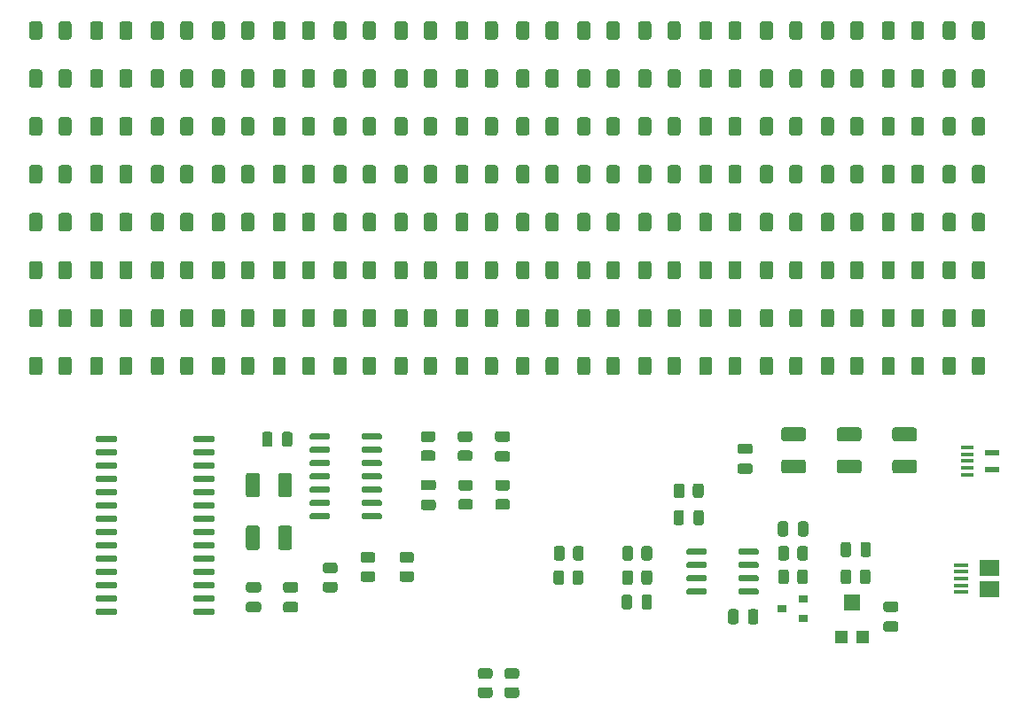
<source format=gbr>
G04 #@! TF.GenerationSoftware,KiCad,Pcbnew,(5.1.9)-1*
G04 #@! TF.CreationDate,2021-03-27T19:24:17-07:00*
G04 #@! TF.ProjectId,attiny_audio_spectrum_bar_graph,61747469-6e79-45f6-9175-64696f5f7370,rev?*
G04 #@! TF.SameCoordinates,Original*
G04 #@! TF.FileFunction,Paste,Top*
G04 #@! TF.FilePolarity,Positive*
%FSLAX46Y46*%
G04 Gerber Fmt 4.6, Leading zero omitted, Abs format (unit mm)*
G04 Created by KiCad (PCBNEW (5.1.9)-1) date 2021-03-27 19:24:17*
%MOMM*%
%LPD*%
G01*
G04 APERTURE LIST*
%ADD10R,1.350000X0.600000*%
%ADD11R,1.250000X0.400000*%
%ADD12R,1.200000X1.200000*%
%ADD13R,1.600000X1.500000*%
%ADD14R,1.900000X1.500000*%
%ADD15R,1.350000X0.400000*%
%ADD16R,0.900000X0.800000*%
G04 APERTURE END LIST*
G04 #@! TO.C,R17*
G36*
G01*
X136074999Y-114319000D02*
X136975001Y-114319000D01*
G75*
G02*
X137225000Y-114568999I0J-249999D01*
G01*
X137225000Y-115094001D01*
G75*
G02*
X136975001Y-115344000I-249999J0D01*
G01*
X136074999Y-115344000D01*
G75*
G02*
X135825000Y-115094001I0J249999D01*
G01*
X135825000Y-114568999D01*
G75*
G02*
X136074999Y-114319000I249999J0D01*
G01*
G37*
G36*
G01*
X136074999Y-112494000D02*
X136975001Y-112494000D01*
G75*
G02*
X137225000Y-112743999I0J-249999D01*
G01*
X137225000Y-113269001D01*
G75*
G02*
X136975001Y-113519000I-249999J0D01*
G01*
X136074999Y-113519000D01*
G75*
G02*
X135825000Y-113269001I0J249999D01*
G01*
X135825000Y-112743999D01*
G75*
G02*
X136074999Y-112494000I249999J0D01*
G01*
G37*
G04 #@! TD*
G04 #@! TO.C,R16*
G36*
G01*
X133534999Y-114319000D02*
X134435001Y-114319000D01*
G75*
G02*
X134685000Y-114568999I0J-249999D01*
G01*
X134685000Y-115094001D01*
G75*
G02*
X134435001Y-115344000I-249999J0D01*
G01*
X133534999Y-115344000D01*
G75*
G02*
X133285000Y-115094001I0J249999D01*
G01*
X133285000Y-114568999D01*
G75*
G02*
X133534999Y-114319000I249999J0D01*
G01*
G37*
G36*
G01*
X133534999Y-112494000D02*
X134435001Y-112494000D01*
G75*
G02*
X134685000Y-112743999I0J-249999D01*
G01*
X134685000Y-113269001D01*
G75*
G02*
X134435001Y-113519000I-249999J0D01*
G01*
X133534999Y-113519000D01*
G75*
G02*
X133285000Y-113269001I0J249999D01*
G01*
X133285000Y-112743999D01*
G75*
G02*
X133534999Y-112494000I249999J0D01*
G01*
G37*
G04 #@! TD*
D10*
G04 #@! TO.C,J1*
X182425000Y-91910000D03*
X182425000Y-93510000D03*
D11*
X180025000Y-91410000D03*
X180025000Y-92060000D03*
X180025000Y-94010000D03*
X180025000Y-93360000D03*
X180025000Y-92710000D03*
G04 #@! TD*
G04 #@! TO.C,C4*
G36*
G01*
X174965802Y-90814999D02*
X173115798Y-90814999D01*
G75*
G02*
X172865800Y-90565001I0J249998D01*
G01*
X172865800Y-89739997D01*
G75*
G02*
X173115798Y-89489999I249998J0D01*
G01*
X174965802Y-89489999D01*
G75*
G02*
X175215800Y-89739997I0J-249998D01*
G01*
X175215800Y-90565001D01*
G75*
G02*
X174965802Y-90814999I-249998J0D01*
G01*
G37*
G36*
G01*
X174965802Y-93889999D02*
X173115798Y-93889999D01*
G75*
G02*
X172865800Y-93640001I0J249998D01*
G01*
X172865800Y-92814997D01*
G75*
G02*
X173115798Y-92564999I249998J0D01*
G01*
X174965802Y-92564999D01*
G75*
G02*
X175215800Y-92814997I0J-249998D01*
G01*
X175215800Y-93640001D01*
G75*
G02*
X174965802Y-93889999I-249998J0D01*
G01*
G37*
G04 #@! TD*
D12*
G04 #@! TO.C,RV1*
X170037000Y-109496000D03*
X168037000Y-109496000D03*
D13*
X169037000Y-106246000D03*
G04 #@! TD*
D14*
G04 #@! TO.C,J3*
X182118000Y-104936800D03*
D15*
X179418000Y-103936800D03*
X179418000Y-103286800D03*
X179418000Y-102636800D03*
X179418000Y-105236800D03*
X179418000Y-104586800D03*
D14*
X182118000Y-102936800D03*
G04 #@! TD*
D16*
G04 #@! TO.C,U2*
X162365500Y-106807000D03*
X164365500Y-105857000D03*
X164365500Y-107757000D03*
G04 #@! TD*
G04 #@! TO.C,U4*
G36*
G01*
X106088600Y-90751800D02*
X106088600Y-90451800D01*
G75*
G02*
X106238600Y-90301800I150000J0D01*
G01*
X107988600Y-90301800D01*
G75*
G02*
X108138600Y-90451800I0J-150000D01*
G01*
X108138600Y-90751800D01*
G75*
G02*
X107988600Y-90901800I-150000J0D01*
G01*
X106238600Y-90901800D01*
G75*
G02*
X106088600Y-90751800I0J150000D01*
G01*
G37*
G36*
G01*
X106088600Y-92021800D02*
X106088600Y-91721800D01*
G75*
G02*
X106238600Y-91571800I150000J0D01*
G01*
X107988600Y-91571800D01*
G75*
G02*
X108138600Y-91721800I0J-150000D01*
G01*
X108138600Y-92021800D01*
G75*
G02*
X107988600Y-92171800I-150000J0D01*
G01*
X106238600Y-92171800D01*
G75*
G02*
X106088600Y-92021800I0J150000D01*
G01*
G37*
G36*
G01*
X106088600Y-93291800D02*
X106088600Y-92991800D01*
G75*
G02*
X106238600Y-92841800I150000J0D01*
G01*
X107988600Y-92841800D01*
G75*
G02*
X108138600Y-92991800I0J-150000D01*
G01*
X108138600Y-93291800D01*
G75*
G02*
X107988600Y-93441800I-150000J0D01*
G01*
X106238600Y-93441800D01*
G75*
G02*
X106088600Y-93291800I0J150000D01*
G01*
G37*
G36*
G01*
X106088600Y-94561800D02*
X106088600Y-94261800D01*
G75*
G02*
X106238600Y-94111800I150000J0D01*
G01*
X107988600Y-94111800D01*
G75*
G02*
X108138600Y-94261800I0J-150000D01*
G01*
X108138600Y-94561800D01*
G75*
G02*
X107988600Y-94711800I-150000J0D01*
G01*
X106238600Y-94711800D01*
G75*
G02*
X106088600Y-94561800I0J150000D01*
G01*
G37*
G36*
G01*
X106088600Y-95831800D02*
X106088600Y-95531800D01*
G75*
G02*
X106238600Y-95381800I150000J0D01*
G01*
X107988600Y-95381800D01*
G75*
G02*
X108138600Y-95531800I0J-150000D01*
G01*
X108138600Y-95831800D01*
G75*
G02*
X107988600Y-95981800I-150000J0D01*
G01*
X106238600Y-95981800D01*
G75*
G02*
X106088600Y-95831800I0J150000D01*
G01*
G37*
G36*
G01*
X106088600Y-97101800D02*
X106088600Y-96801800D01*
G75*
G02*
X106238600Y-96651800I150000J0D01*
G01*
X107988600Y-96651800D01*
G75*
G02*
X108138600Y-96801800I0J-150000D01*
G01*
X108138600Y-97101800D01*
G75*
G02*
X107988600Y-97251800I-150000J0D01*
G01*
X106238600Y-97251800D01*
G75*
G02*
X106088600Y-97101800I0J150000D01*
G01*
G37*
G36*
G01*
X106088600Y-98371800D02*
X106088600Y-98071800D01*
G75*
G02*
X106238600Y-97921800I150000J0D01*
G01*
X107988600Y-97921800D01*
G75*
G02*
X108138600Y-98071800I0J-150000D01*
G01*
X108138600Y-98371800D01*
G75*
G02*
X107988600Y-98521800I-150000J0D01*
G01*
X106238600Y-98521800D01*
G75*
G02*
X106088600Y-98371800I0J150000D01*
G01*
G37*
G36*
G01*
X106088600Y-99641800D02*
X106088600Y-99341800D01*
G75*
G02*
X106238600Y-99191800I150000J0D01*
G01*
X107988600Y-99191800D01*
G75*
G02*
X108138600Y-99341800I0J-150000D01*
G01*
X108138600Y-99641800D01*
G75*
G02*
X107988600Y-99791800I-150000J0D01*
G01*
X106238600Y-99791800D01*
G75*
G02*
X106088600Y-99641800I0J150000D01*
G01*
G37*
G36*
G01*
X106088600Y-100911800D02*
X106088600Y-100611800D01*
G75*
G02*
X106238600Y-100461800I150000J0D01*
G01*
X107988600Y-100461800D01*
G75*
G02*
X108138600Y-100611800I0J-150000D01*
G01*
X108138600Y-100911800D01*
G75*
G02*
X107988600Y-101061800I-150000J0D01*
G01*
X106238600Y-101061800D01*
G75*
G02*
X106088600Y-100911800I0J150000D01*
G01*
G37*
G36*
G01*
X106088600Y-102181800D02*
X106088600Y-101881800D01*
G75*
G02*
X106238600Y-101731800I150000J0D01*
G01*
X107988600Y-101731800D01*
G75*
G02*
X108138600Y-101881800I0J-150000D01*
G01*
X108138600Y-102181800D01*
G75*
G02*
X107988600Y-102331800I-150000J0D01*
G01*
X106238600Y-102331800D01*
G75*
G02*
X106088600Y-102181800I0J150000D01*
G01*
G37*
G36*
G01*
X106088600Y-103451800D02*
X106088600Y-103151800D01*
G75*
G02*
X106238600Y-103001800I150000J0D01*
G01*
X107988600Y-103001800D01*
G75*
G02*
X108138600Y-103151800I0J-150000D01*
G01*
X108138600Y-103451800D01*
G75*
G02*
X107988600Y-103601800I-150000J0D01*
G01*
X106238600Y-103601800D01*
G75*
G02*
X106088600Y-103451800I0J150000D01*
G01*
G37*
G36*
G01*
X106088600Y-104721800D02*
X106088600Y-104421800D01*
G75*
G02*
X106238600Y-104271800I150000J0D01*
G01*
X107988600Y-104271800D01*
G75*
G02*
X108138600Y-104421800I0J-150000D01*
G01*
X108138600Y-104721800D01*
G75*
G02*
X107988600Y-104871800I-150000J0D01*
G01*
X106238600Y-104871800D01*
G75*
G02*
X106088600Y-104721800I0J150000D01*
G01*
G37*
G36*
G01*
X106088600Y-105991800D02*
X106088600Y-105691800D01*
G75*
G02*
X106238600Y-105541800I150000J0D01*
G01*
X107988600Y-105541800D01*
G75*
G02*
X108138600Y-105691800I0J-150000D01*
G01*
X108138600Y-105991800D01*
G75*
G02*
X107988600Y-106141800I-150000J0D01*
G01*
X106238600Y-106141800D01*
G75*
G02*
X106088600Y-105991800I0J150000D01*
G01*
G37*
G36*
G01*
X106088600Y-107261800D02*
X106088600Y-106961800D01*
G75*
G02*
X106238600Y-106811800I150000J0D01*
G01*
X107988600Y-106811800D01*
G75*
G02*
X108138600Y-106961800I0J-150000D01*
G01*
X108138600Y-107261800D01*
G75*
G02*
X107988600Y-107411800I-150000J0D01*
G01*
X106238600Y-107411800D01*
G75*
G02*
X106088600Y-107261800I0J150000D01*
G01*
G37*
G36*
G01*
X96788600Y-107261800D02*
X96788600Y-106961800D01*
G75*
G02*
X96938600Y-106811800I150000J0D01*
G01*
X98688600Y-106811800D01*
G75*
G02*
X98838600Y-106961800I0J-150000D01*
G01*
X98838600Y-107261800D01*
G75*
G02*
X98688600Y-107411800I-150000J0D01*
G01*
X96938600Y-107411800D01*
G75*
G02*
X96788600Y-107261800I0J150000D01*
G01*
G37*
G36*
G01*
X96788600Y-105991800D02*
X96788600Y-105691800D01*
G75*
G02*
X96938600Y-105541800I150000J0D01*
G01*
X98688600Y-105541800D01*
G75*
G02*
X98838600Y-105691800I0J-150000D01*
G01*
X98838600Y-105991800D01*
G75*
G02*
X98688600Y-106141800I-150000J0D01*
G01*
X96938600Y-106141800D01*
G75*
G02*
X96788600Y-105991800I0J150000D01*
G01*
G37*
G36*
G01*
X96788600Y-104721800D02*
X96788600Y-104421800D01*
G75*
G02*
X96938600Y-104271800I150000J0D01*
G01*
X98688600Y-104271800D01*
G75*
G02*
X98838600Y-104421800I0J-150000D01*
G01*
X98838600Y-104721800D01*
G75*
G02*
X98688600Y-104871800I-150000J0D01*
G01*
X96938600Y-104871800D01*
G75*
G02*
X96788600Y-104721800I0J150000D01*
G01*
G37*
G36*
G01*
X96788600Y-103451800D02*
X96788600Y-103151800D01*
G75*
G02*
X96938600Y-103001800I150000J0D01*
G01*
X98688600Y-103001800D01*
G75*
G02*
X98838600Y-103151800I0J-150000D01*
G01*
X98838600Y-103451800D01*
G75*
G02*
X98688600Y-103601800I-150000J0D01*
G01*
X96938600Y-103601800D01*
G75*
G02*
X96788600Y-103451800I0J150000D01*
G01*
G37*
G36*
G01*
X96788600Y-102181800D02*
X96788600Y-101881800D01*
G75*
G02*
X96938600Y-101731800I150000J0D01*
G01*
X98688600Y-101731800D01*
G75*
G02*
X98838600Y-101881800I0J-150000D01*
G01*
X98838600Y-102181800D01*
G75*
G02*
X98688600Y-102331800I-150000J0D01*
G01*
X96938600Y-102331800D01*
G75*
G02*
X96788600Y-102181800I0J150000D01*
G01*
G37*
G36*
G01*
X96788600Y-100911800D02*
X96788600Y-100611800D01*
G75*
G02*
X96938600Y-100461800I150000J0D01*
G01*
X98688600Y-100461800D01*
G75*
G02*
X98838600Y-100611800I0J-150000D01*
G01*
X98838600Y-100911800D01*
G75*
G02*
X98688600Y-101061800I-150000J0D01*
G01*
X96938600Y-101061800D01*
G75*
G02*
X96788600Y-100911800I0J150000D01*
G01*
G37*
G36*
G01*
X96788600Y-99641800D02*
X96788600Y-99341800D01*
G75*
G02*
X96938600Y-99191800I150000J0D01*
G01*
X98688600Y-99191800D01*
G75*
G02*
X98838600Y-99341800I0J-150000D01*
G01*
X98838600Y-99641800D01*
G75*
G02*
X98688600Y-99791800I-150000J0D01*
G01*
X96938600Y-99791800D01*
G75*
G02*
X96788600Y-99641800I0J150000D01*
G01*
G37*
G36*
G01*
X96788600Y-98371800D02*
X96788600Y-98071800D01*
G75*
G02*
X96938600Y-97921800I150000J0D01*
G01*
X98688600Y-97921800D01*
G75*
G02*
X98838600Y-98071800I0J-150000D01*
G01*
X98838600Y-98371800D01*
G75*
G02*
X98688600Y-98521800I-150000J0D01*
G01*
X96938600Y-98521800D01*
G75*
G02*
X96788600Y-98371800I0J150000D01*
G01*
G37*
G36*
G01*
X96788600Y-97101800D02*
X96788600Y-96801800D01*
G75*
G02*
X96938600Y-96651800I150000J0D01*
G01*
X98688600Y-96651800D01*
G75*
G02*
X98838600Y-96801800I0J-150000D01*
G01*
X98838600Y-97101800D01*
G75*
G02*
X98688600Y-97251800I-150000J0D01*
G01*
X96938600Y-97251800D01*
G75*
G02*
X96788600Y-97101800I0J150000D01*
G01*
G37*
G36*
G01*
X96788600Y-95831800D02*
X96788600Y-95531800D01*
G75*
G02*
X96938600Y-95381800I150000J0D01*
G01*
X98688600Y-95381800D01*
G75*
G02*
X98838600Y-95531800I0J-150000D01*
G01*
X98838600Y-95831800D01*
G75*
G02*
X98688600Y-95981800I-150000J0D01*
G01*
X96938600Y-95981800D01*
G75*
G02*
X96788600Y-95831800I0J150000D01*
G01*
G37*
G36*
G01*
X96788600Y-94561800D02*
X96788600Y-94261800D01*
G75*
G02*
X96938600Y-94111800I150000J0D01*
G01*
X98688600Y-94111800D01*
G75*
G02*
X98838600Y-94261800I0J-150000D01*
G01*
X98838600Y-94561800D01*
G75*
G02*
X98688600Y-94711800I-150000J0D01*
G01*
X96938600Y-94711800D01*
G75*
G02*
X96788600Y-94561800I0J150000D01*
G01*
G37*
G36*
G01*
X96788600Y-93291800D02*
X96788600Y-92991800D01*
G75*
G02*
X96938600Y-92841800I150000J0D01*
G01*
X98688600Y-92841800D01*
G75*
G02*
X98838600Y-92991800I0J-150000D01*
G01*
X98838600Y-93291800D01*
G75*
G02*
X98688600Y-93441800I-150000J0D01*
G01*
X96938600Y-93441800D01*
G75*
G02*
X96788600Y-93291800I0J150000D01*
G01*
G37*
G36*
G01*
X96788600Y-92021800D02*
X96788600Y-91721800D01*
G75*
G02*
X96938600Y-91571800I150000J0D01*
G01*
X98688600Y-91571800D01*
G75*
G02*
X98838600Y-91721800I0J-150000D01*
G01*
X98838600Y-92021800D01*
G75*
G02*
X98688600Y-92171800I-150000J0D01*
G01*
X96938600Y-92171800D01*
G75*
G02*
X96788600Y-92021800I0J150000D01*
G01*
G37*
G36*
G01*
X96788600Y-90751800D02*
X96788600Y-90451800D01*
G75*
G02*
X96938600Y-90301800I150000J0D01*
G01*
X98688600Y-90301800D01*
G75*
G02*
X98838600Y-90451800I0J-150000D01*
G01*
X98838600Y-90751800D01*
G75*
G02*
X98688600Y-90901800I-150000J0D01*
G01*
X96938600Y-90901800D01*
G75*
G02*
X96788600Y-90751800I0J150000D01*
G01*
G37*
G04 #@! TD*
G04 #@! TO.C,U3*
G36*
G01*
X122174001Y-90526000D02*
X122174001Y-90226000D01*
G75*
G02*
X122324001Y-90076000I150000J0D01*
G01*
X123974001Y-90076000D01*
G75*
G02*
X124124001Y-90226000I0J-150000D01*
G01*
X124124001Y-90526000D01*
G75*
G02*
X123974001Y-90676000I-150000J0D01*
G01*
X122324001Y-90676000D01*
G75*
G02*
X122174001Y-90526000I0J150000D01*
G01*
G37*
G36*
G01*
X122174001Y-91796000D02*
X122174001Y-91496000D01*
G75*
G02*
X122324001Y-91346000I150000J0D01*
G01*
X123974001Y-91346000D01*
G75*
G02*
X124124001Y-91496000I0J-150000D01*
G01*
X124124001Y-91796000D01*
G75*
G02*
X123974001Y-91946000I-150000J0D01*
G01*
X122324001Y-91946000D01*
G75*
G02*
X122174001Y-91796000I0J150000D01*
G01*
G37*
G36*
G01*
X122174001Y-93066000D02*
X122174001Y-92766000D01*
G75*
G02*
X122324001Y-92616000I150000J0D01*
G01*
X123974001Y-92616000D01*
G75*
G02*
X124124001Y-92766000I0J-150000D01*
G01*
X124124001Y-93066000D01*
G75*
G02*
X123974001Y-93216000I-150000J0D01*
G01*
X122324001Y-93216000D01*
G75*
G02*
X122174001Y-93066000I0J150000D01*
G01*
G37*
G36*
G01*
X122174001Y-94336000D02*
X122174001Y-94036000D01*
G75*
G02*
X122324001Y-93886000I150000J0D01*
G01*
X123974001Y-93886000D01*
G75*
G02*
X124124001Y-94036000I0J-150000D01*
G01*
X124124001Y-94336000D01*
G75*
G02*
X123974001Y-94486000I-150000J0D01*
G01*
X122324001Y-94486000D01*
G75*
G02*
X122174001Y-94336000I0J150000D01*
G01*
G37*
G36*
G01*
X122174001Y-95606000D02*
X122174001Y-95306000D01*
G75*
G02*
X122324001Y-95156000I150000J0D01*
G01*
X123974001Y-95156000D01*
G75*
G02*
X124124001Y-95306000I0J-150000D01*
G01*
X124124001Y-95606000D01*
G75*
G02*
X123974001Y-95756000I-150000J0D01*
G01*
X122324001Y-95756000D01*
G75*
G02*
X122174001Y-95606000I0J150000D01*
G01*
G37*
G36*
G01*
X122174001Y-96876000D02*
X122174001Y-96576000D01*
G75*
G02*
X122324001Y-96426000I150000J0D01*
G01*
X123974001Y-96426000D01*
G75*
G02*
X124124001Y-96576000I0J-150000D01*
G01*
X124124001Y-96876000D01*
G75*
G02*
X123974001Y-97026000I-150000J0D01*
G01*
X122324001Y-97026000D01*
G75*
G02*
X122174001Y-96876000I0J150000D01*
G01*
G37*
G36*
G01*
X122174001Y-98146000D02*
X122174001Y-97846000D01*
G75*
G02*
X122324001Y-97696000I150000J0D01*
G01*
X123974001Y-97696000D01*
G75*
G02*
X124124001Y-97846000I0J-150000D01*
G01*
X124124001Y-98146000D01*
G75*
G02*
X123974001Y-98296000I-150000J0D01*
G01*
X122324001Y-98296000D01*
G75*
G02*
X122174001Y-98146000I0J150000D01*
G01*
G37*
G36*
G01*
X117224001Y-98146000D02*
X117224001Y-97846000D01*
G75*
G02*
X117374001Y-97696000I150000J0D01*
G01*
X119024001Y-97696000D01*
G75*
G02*
X119174001Y-97846000I0J-150000D01*
G01*
X119174001Y-98146000D01*
G75*
G02*
X119024001Y-98296000I-150000J0D01*
G01*
X117374001Y-98296000D01*
G75*
G02*
X117224001Y-98146000I0J150000D01*
G01*
G37*
G36*
G01*
X117224001Y-96876000D02*
X117224001Y-96576000D01*
G75*
G02*
X117374001Y-96426000I150000J0D01*
G01*
X119024001Y-96426000D01*
G75*
G02*
X119174001Y-96576000I0J-150000D01*
G01*
X119174001Y-96876000D01*
G75*
G02*
X119024001Y-97026000I-150000J0D01*
G01*
X117374001Y-97026000D01*
G75*
G02*
X117224001Y-96876000I0J150000D01*
G01*
G37*
G36*
G01*
X117224001Y-95606000D02*
X117224001Y-95306000D01*
G75*
G02*
X117374001Y-95156000I150000J0D01*
G01*
X119024001Y-95156000D01*
G75*
G02*
X119174001Y-95306000I0J-150000D01*
G01*
X119174001Y-95606000D01*
G75*
G02*
X119024001Y-95756000I-150000J0D01*
G01*
X117374001Y-95756000D01*
G75*
G02*
X117224001Y-95606000I0J150000D01*
G01*
G37*
G36*
G01*
X117224001Y-94336000D02*
X117224001Y-94036000D01*
G75*
G02*
X117374001Y-93886000I150000J0D01*
G01*
X119024001Y-93886000D01*
G75*
G02*
X119174001Y-94036000I0J-150000D01*
G01*
X119174001Y-94336000D01*
G75*
G02*
X119024001Y-94486000I-150000J0D01*
G01*
X117374001Y-94486000D01*
G75*
G02*
X117224001Y-94336000I0J150000D01*
G01*
G37*
G36*
G01*
X117224001Y-93066000D02*
X117224001Y-92766000D01*
G75*
G02*
X117374001Y-92616000I150000J0D01*
G01*
X119024001Y-92616000D01*
G75*
G02*
X119174001Y-92766000I0J-150000D01*
G01*
X119174001Y-93066000D01*
G75*
G02*
X119024001Y-93216000I-150000J0D01*
G01*
X117374001Y-93216000D01*
G75*
G02*
X117224001Y-93066000I0J150000D01*
G01*
G37*
G36*
G01*
X117224001Y-91796000D02*
X117224001Y-91496000D01*
G75*
G02*
X117374001Y-91346000I150000J0D01*
G01*
X119024001Y-91346000D01*
G75*
G02*
X119174001Y-91496000I0J-150000D01*
G01*
X119174001Y-91796000D01*
G75*
G02*
X119024001Y-91946000I-150000J0D01*
G01*
X117374001Y-91946000D01*
G75*
G02*
X117224001Y-91796000I0J150000D01*
G01*
G37*
G36*
G01*
X117224001Y-90526000D02*
X117224001Y-90226000D01*
G75*
G02*
X117374001Y-90076000I150000J0D01*
G01*
X119024001Y-90076000D01*
G75*
G02*
X119174001Y-90226000I0J-150000D01*
G01*
X119174001Y-90526000D01*
G75*
G02*
X119024001Y-90676000I-150000J0D01*
G01*
X117374001Y-90676000D01*
G75*
G02*
X117224001Y-90526000I0J150000D01*
G01*
G37*
G04 #@! TD*
G04 #@! TO.C,U1*
G36*
G01*
X158154500Y-101513399D02*
X158154500Y-101213399D01*
G75*
G02*
X158304500Y-101063399I150000J0D01*
G01*
X159954500Y-101063399D01*
G75*
G02*
X160104500Y-101213399I0J-150000D01*
G01*
X160104500Y-101513399D01*
G75*
G02*
X159954500Y-101663399I-150000J0D01*
G01*
X158304500Y-101663399D01*
G75*
G02*
X158154500Y-101513399I0J150000D01*
G01*
G37*
G36*
G01*
X158154500Y-102783399D02*
X158154500Y-102483399D01*
G75*
G02*
X158304500Y-102333399I150000J0D01*
G01*
X159954500Y-102333399D01*
G75*
G02*
X160104500Y-102483399I0J-150000D01*
G01*
X160104500Y-102783399D01*
G75*
G02*
X159954500Y-102933399I-150000J0D01*
G01*
X158304500Y-102933399D01*
G75*
G02*
X158154500Y-102783399I0J150000D01*
G01*
G37*
G36*
G01*
X158154500Y-104053399D02*
X158154500Y-103753399D01*
G75*
G02*
X158304500Y-103603399I150000J0D01*
G01*
X159954500Y-103603399D01*
G75*
G02*
X160104500Y-103753399I0J-150000D01*
G01*
X160104500Y-104053399D01*
G75*
G02*
X159954500Y-104203399I-150000J0D01*
G01*
X158304500Y-104203399D01*
G75*
G02*
X158154500Y-104053399I0J150000D01*
G01*
G37*
G36*
G01*
X158154500Y-105323399D02*
X158154500Y-105023399D01*
G75*
G02*
X158304500Y-104873399I150000J0D01*
G01*
X159954500Y-104873399D01*
G75*
G02*
X160104500Y-105023399I0J-150000D01*
G01*
X160104500Y-105323399D01*
G75*
G02*
X159954500Y-105473399I-150000J0D01*
G01*
X158304500Y-105473399D01*
G75*
G02*
X158154500Y-105323399I0J150000D01*
G01*
G37*
G36*
G01*
X153204500Y-105323399D02*
X153204500Y-105023399D01*
G75*
G02*
X153354500Y-104873399I150000J0D01*
G01*
X155004500Y-104873399D01*
G75*
G02*
X155154500Y-105023399I0J-150000D01*
G01*
X155154500Y-105323399D01*
G75*
G02*
X155004500Y-105473399I-150000J0D01*
G01*
X153354500Y-105473399D01*
G75*
G02*
X153204500Y-105323399I0J150000D01*
G01*
G37*
G36*
G01*
X153204500Y-104053399D02*
X153204500Y-103753399D01*
G75*
G02*
X153354500Y-103603399I150000J0D01*
G01*
X155004500Y-103603399D01*
G75*
G02*
X155154500Y-103753399I0J-150000D01*
G01*
X155154500Y-104053399D01*
G75*
G02*
X155004500Y-104203399I-150000J0D01*
G01*
X153354500Y-104203399D01*
G75*
G02*
X153204500Y-104053399I0J150000D01*
G01*
G37*
G36*
G01*
X153204500Y-102783399D02*
X153204500Y-102483399D01*
G75*
G02*
X153354500Y-102333399I150000J0D01*
G01*
X155004500Y-102333399D01*
G75*
G02*
X155154500Y-102483399I0J-150000D01*
G01*
X155154500Y-102783399D01*
G75*
G02*
X155004500Y-102933399I-150000J0D01*
G01*
X153354500Y-102933399D01*
G75*
G02*
X153204500Y-102783399I0J150000D01*
G01*
G37*
G36*
G01*
X153204500Y-101513399D02*
X153204500Y-101213399D01*
G75*
G02*
X153354500Y-101063399I150000J0D01*
G01*
X155004500Y-101063399D01*
G75*
G02*
X155154500Y-101213399I0J-150000D01*
G01*
X155154500Y-101513399D01*
G75*
G02*
X155004500Y-101663399I-150000J0D01*
G01*
X153354500Y-101663399D01*
G75*
G02*
X153204500Y-101513399I0J150000D01*
G01*
G37*
G04 #@! TD*
G04 #@! TO.C,R12*
G36*
G01*
X131659998Y-96330400D02*
X132560002Y-96330400D01*
G75*
G02*
X132810000Y-96580398I0J-249998D01*
G01*
X132810000Y-97105402D01*
G75*
G02*
X132560002Y-97355400I-249998J0D01*
G01*
X131659998Y-97355400D01*
G75*
G02*
X131410000Y-97105402I0J249998D01*
G01*
X131410000Y-96580398D01*
G75*
G02*
X131659998Y-96330400I249998J0D01*
G01*
G37*
G36*
G01*
X131659998Y-94505400D02*
X132560002Y-94505400D01*
G75*
G02*
X132810000Y-94755398I0J-249998D01*
G01*
X132810000Y-95280402D01*
G75*
G02*
X132560002Y-95530400I-249998J0D01*
G01*
X131659998Y-95530400D01*
G75*
G02*
X131410000Y-95280402I0J249998D01*
G01*
X131410000Y-94755398D01*
G75*
G02*
X131659998Y-94505400I249998J0D01*
G01*
G37*
G04 #@! TD*
G04 #@! TO.C,R11*
G36*
G01*
X135185998Y-96330400D02*
X136086002Y-96330400D01*
G75*
G02*
X136336000Y-96580398I0J-249998D01*
G01*
X136336000Y-97105402D01*
G75*
G02*
X136086002Y-97355400I-249998J0D01*
G01*
X135185998Y-97355400D01*
G75*
G02*
X134936000Y-97105402I0J249998D01*
G01*
X134936000Y-96580398D01*
G75*
G02*
X135185998Y-96330400I249998J0D01*
G01*
G37*
G36*
G01*
X135185998Y-94505400D02*
X136086002Y-94505400D01*
G75*
G02*
X136336000Y-94755398I0J-249998D01*
G01*
X136336000Y-95280402D01*
G75*
G02*
X136086002Y-95530400I-249998J0D01*
G01*
X135185998Y-95530400D01*
G75*
G02*
X134936000Y-95280402I0J249998D01*
G01*
X134936000Y-94755398D01*
G75*
G02*
X135185998Y-94505400I249998J0D01*
G01*
G37*
G04 #@! TD*
G04 #@! TO.C,R10*
G36*
G01*
X141520600Y-103385198D02*
X141520600Y-104285202D01*
G75*
G02*
X141270602Y-104535200I-249998J0D01*
G01*
X140745598Y-104535200D01*
G75*
G02*
X140495600Y-104285202I0J249998D01*
G01*
X140495600Y-103385198D01*
G75*
G02*
X140745598Y-103135200I249998J0D01*
G01*
X141270602Y-103135200D01*
G75*
G02*
X141520600Y-103385198I0J-249998D01*
G01*
G37*
G36*
G01*
X143345600Y-103385198D02*
X143345600Y-104285202D01*
G75*
G02*
X143095602Y-104535200I-249998J0D01*
G01*
X142570598Y-104535200D01*
G75*
G02*
X142320600Y-104285202I0J249998D01*
G01*
X142320600Y-103385198D01*
G75*
G02*
X142570598Y-103135200I249998J0D01*
G01*
X143095602Y-103135200D01*
G75*
G02*
X143345600Y-103385198I0J-249998D01*
G01*
G37*
G04 #@! TD*
G04 #@! TO.C,R9*
G36*
G01*
X142373300Y-101968401D02*
X142373300Y-101068397D01*
G75*
G02*
X142623298Y-100818399I249998J0D01*
G01*
X143148302Y-100818399D01*
G75*
G02*
X143398300Y-101068397I0J-249998D01*
G01*
X143398300Y-101968401D01*
G75*
G02*
X143148302Y-102218399I-249998J0D01*
G01*
X142623298Y-102218399D01*
G75*
G02*
X142373300Y-101968401I0J249998D01*
G01*
G37*
G36*
G01*
X140548300Y-101968401D02*
X140548300Y-101068397D01*
G75*
G02*
X140798298Y-100818399I249998J0D01*
G01*
X141323302Y-100818399D01*
G75*
G02*
X141573300Y-101068397I0J-249998D01*
G01*
X141573300Y-101968401D01*
G75*
G02*
X141323302Y-102218399I-249998J0D01*
G01*
X140798298Y-102218399D01*
G75*
G02*
X140548300Y-101968401I0J249998D01*
G01*
G37*
G04 #@! TD*
G04 #@! TO.C,R7*
G36*
G01*
X148103000Y-103385198D02*
X148103000Y-104285202D01*
G75*
G02*
X147853002Y-104535200I-249998J0D01*
G01*
X147327998Y-104535200D01*
G75*
G02*
X147078000Y-104285202I0J249998D01*
G01*
X147078000Y-103385198D01*
G75*
G02*
X147327998Y-103135200I249998J0D01*
G01*
X147853002Y-103135200D01*
G75*
G02*
X148103000Y-103385198I0J-249998D01*
G01*
G37*
G36*
G01*
X149928000Y-103385198D02*
X149928000Y-104285202D01*
G75*
G02*
X149678002Y-104535200I-249998J0D01*
G01*
X149152998Y-104535200D01*
G75*
G02*
X148903000Y-104285202I0J249998D01*
G01*
X148903000Y-103385198D01*
G75*
G02*
X149152998Y-103135200I249998J0D01*
G01*
X149678002Y-103135200D01*
G75*
G02*
X149928000Y-103385198I0J-249998D01*
G01*
G37*
G04 #@! TD*
G04 #@! TO.C,R6*
G36*
G01*
X148103000Y-101068397D02*
X148103000Y-101968401D01*
G75*
G02*
X147853002Y-102218399I-249998J0D01*
G01*
X147327998Y-102218399D01*
G75*
G02*
X147078000Y-101968401I0J249998D01*
G01*
X147078000Y-101068397D01*
G75*
G02*
X147327998Y-100818399I249998J0D01*
G01*
X147853002Y-100818399D01*
G75*
G02*
X148103000Y-101068397I0J-249998D01*
G01*
G37*
G36*
G01*
X149928000Y-101068397D02*
X149928000Y-101968401D01*
G75*
G02*
X149678002Y-102218399I-249998J0D01*
G01*
X149152998Y-102218399D01*
G75*
G02*
X148903000Y-101968401I0J249998D01*
G01*
X148903000Y-101068397D01*
G75*
G02*
X149152998Y-100818399I249998J0D01*
G01*
X149678002Y-100818399D01*
G75*
G02*
X149928000Y-101068397I0J-249998D01*
G01*
G37*
G04 #@! TD*
G04 #@! TO.C,R4*
G36*
G01*
X132515002Y-90886000D02*
X131614998Y-90886000D01*
G75*
G02*
X131365000Y-90636002I0J249998D01*
G01*
X131365000Y-90110998D01*
G75*
G02*
X131614998Y-89861000I249998J0D01*
G01*
X132515002Y-89861000D01*
G75*
G02*
X132765000Y-90110998I0J-249998D01*
G01*
X132765000Y-90636002D01*
G75*
G02*
X132515002Y-90886000I-249998J0D01*
G01*
G37*
G36*
G01*
X132515002Y-92711000D02*
X131614998Y-92711000D01*
G75*
G02*
X131365000Y-92461002I0J249998D01*
G01*
X131365000Y-91935998D01*
G75*
G02*
X131614998Y-91686000I249998J0D01*
G01*
X132515002Y-91686000D01*
G75*
G02*
X132765000Y-91935998I0J-249998D01*
G01*
X132765000Y-92461002D01*
G75*
G02*
X132515002Y-92711000I-249998J0D01*
G01*
G37*
G04 #@! TD*
G04 #@! TO.C,R15*
G36*
G01*
X126041998Y-103219200D02*
X126942002Y-103219200D01*
G75*
G02*
X127192000Y-103469198I0J-249998D01*
G01*
X127192000Y-103994202D01*
G75*
G02*
X126942002Y-104244200I-249998J0D01*
G01*
X126041998Y-104244200D01*
G75*
G02*
X125792000Y-103994202I0J249998D01*
G01*
X125792000Y-103469198D01*
G75*
G02*
X126041998Y-103219200I249998J0D01*
G01*
G37*
G36*
G01*
X126041998Y-101394200D02*
X126942002Y-101394200D01*
G75*
G02*
X127192000Y-101644198I0J-249998D01*
G01*
X127192000Y-102169202D01*
G75*
G02*
X126942002Y-102419200I-249998J0D01*
G01*
X126041998Y-102419200D01*
G75*
G02*
X125792000Y-102169202I0J249998D01*
G01*
X125792000Y-101644198D01*
G75*
G02*
X126041998Y-101394200I249998J0D01*
G01*
G37*
G04 #@! TD*
G04 #@! TO.C,R14*
G36*
G01*
X118726798Y-104235200D02*
X119626802Y-104235200D01*
G75*
G02*
X119876800Y-104485198I0J-249998D01*
G01*
X119876800Y-105010202D01*
G75*
G02*
X119626802Y-105260200I-249998J0D01*
G01*
X118726798Y-105260200D01*
G75*
G02*
X118476800Y-105010202I0J249998D01*
G01*
X118476800Y-104485198D01*
G75*
G02*
X118726798Y-104235200I249998J0D01*
G01*
G37*
G36*
G01*
X118726798Y-102410200D02*
X119626802Y-102410200D01*
G75*
G02*
X119876800Y-102660198I0J-249998D01*
G01*
X119876800Y-103185202D01*
G75*
G02*
X119626802Y-103435200I-249998J0D01*
G01*
X118726798Y-103435200D01*
G75*
G02*
X118476800Y-103185202I0J249998D01*
G01*
X118476800Y-102660198D01*
G75*
G02*
X118726798Y-102410200I249998J0D01*
G01*
G37*
G04 #@! TD*
G04 #@! TO.C,R13*
G36*
G01*
X122333598Y-103219200D02*
X123233602Y-103219200D01*
G75*
G02*
X123483600Y-103469198I0J-249998D01*
G01*
X123483600Y-103994202D01*
G75*
G02*
X123233602Y-104244200I-249998J0D01*
G01*
X122333598Y-104244200D01*
G75*
G02*
X122083600Y-103994202I0J249998D01*
G01*
X122083600Y-103469198D01*
G75*
G02*
X122333598Y-103219200I249998J0D01*
G01*
G37*
G36*
G01*
X122333598Y-101394200D02*
X123233602Y-101394200D01*
G75*
G02*
X123483600Y-101644198I0J-249998D01*
G01*
X123483600Y-102169202D01*
G75*
G02*
X123233602Y-102419200I-249998J0D01*
G01*
X122333598Y-102419200D01*
G75*
G02*
X122083600Y-102169202I0J249998D01*
G01*
X122083600Y-101644198D01*
G75*
G02*
X122333598Y-101394200I249998J0D01*
G01*
G37*
G04 #@! TD*
G04 #@! TO.C,R5*
G36*
G01*
X153016000Y-95093748D02*
X153016000Y-95993752D01*
G75*
G02*
X152766002Y-96243750I-249998J0D01*
G01*
X152240998Y-96243750D01*
G75*
G02*
X151991000Y-95993752I0J249998D01*
G01*
X151991000Y-95093748D01*
G75*
G02*
X152240998Y-94843750I249998J0D01*
G01*
X152766002Y-94843750D01*
G75*
G02*
X153016000Y-95093748I0J-249998D01*
G01*
G37*
G36*
G01*
X154841000Y-95093748D02*
X154841000Y-95993752D01*
G75*
G02*
X154591002Y-96243750I-249998J0D01*
G01*
X154065998Y-96243750D01*
G75*
G02*
X153816000Y-95993752I0J249998D01*
G01*
X153816000Y-95093748D01*
G75*
G02*
X154065998Y-94843750I249998J0D01*
G01*
X154591002Y-94843750D01*
G75*
G02*
X154841000Y-95093748I0J-249998D01*
G01*
G37*
G04 #@! TD*
G04 #@! TO.C,R8*
G36*
G01*
X169754500Y-104209002D02*
X169754500Y-103308998D01*
G75*
G02*
X170004498Y-103059000I249998J0D01*
G01*
X170529502Y-103059000D01*
G75*
G02*
X170779500Y-103308998I0J-249998D01*
G01*
X170779500Y-104209002D01*
G75*
G02*
X170529502Y-104459000I-249998J0D01*
G01*
X170004498Y-104459000D01*
G75*
G02*
X169754500Y-104209002I0J249998D01*
G01*
G37*
G36*
G01*
X167929500Y-104209002D02*
X167929500Y-103308998D01*
G75*
G02*
X168179498Y-103059000I249998J0D01*
G01*
X168704502Y-103059000D01*
G75*
G02*
X168954500Y-103308998I0J-249998D01*
G01*
X168954500Y-104209002D01*
G75*
G02*
X168704502Y-104459000I-249998J0D01*
G01*
X168179498Y-104459000D01*
G75*
G02*
X167929500Y-104209002I0J249998D01*
G01*
G37*
G04 #@! TD*
G04 #@! TO.C,R3*
G36*
G01*
X162985500Y-103308998D02*
X162985500Y-104209002D01*
G75*
G02*
X162735502Y-104459000I-249998J0D01*
G01*
X162210498Y-104459000D01*
G75*
G02*
X161960500Y-104209002I0J249998D01*
G01*
X161960500Y-103308998D01*
G75*
G02*
X162210498Y-103059000I249998J0D01*
G01*
X162735502Y-103059000D01*
G75*
G02*
X162985500Y-103308998I0J-249998D01*
G01*
G37*
G36*
G01*
X164810500Y-103308998D02*
X164810500Y-104209002D01*
G75*
G02*
X164560502Y-104459000I-249998J0D01*
G01*
X164035498Y-104459000D01*
G75*
G02*
X163785500Y-104209002I0J249998D01*
G01*
X163785500Y-103308998D01*
G75*
G02*
X164035498Y-103059000I249998J0D01*
G01*
X164560502Y-103059000D01*
G75*
G02*
X164810500Y-103308998I0J-249998D01*
G01*
G37*
G04 #@! TD*
G04 #@! TO.C,R2*
G36*
G01*
X163785500Y-101968401D02*
X163785500Y-101068397D01*
G75*
G02*
X164035498Y-100818399I249998J0D01*
G01*
X164560502Y-100818399D01*
G75*
G02*
X164810500Y-101068397I0J-249998D01*
G01*
X164810500Y-101968401D01*
G75*
G02*
X164560502Y-102218399I-249998J0D01*
G01*
X164035498Y-102218399D01*
G75*
G02*
X163785500Y-101968401I0J249998D01*
G01*
G37*
G36*
G01*
X161960500Y-101968401D02*
X161960500Y-101068397D01*
G75*
G02*
X162210498Y-100818399I249998J0D01*
G01*
X162735502Y-100818399D01*
G75*
G02*
X162985500Y-101068397I0J-249998D01*
G01*
X162985500Y-101968401D01*
G75*
G02*
X162735502Y-102218399I-249998J0D01*
G01*
X162210498Y-102218399D01*
G75*
G02*
X161960500Y-101968401I0J249998D01*
G01*
G37*
G04 #@! TD*
G04 #@! TO.C,R1*
G36*
G01*
X128073998Y-91686000D02*
X128974002Y-91686000D01*
G75*
G02*
X129224000Y-91935998I0J-249998D01*
G01*
X129224000Y-92461002D01*
G75*
G02*
X128974002Y-92711000I-249998J0D01*
G01*
X128073998Y-92711000D01*
G75*
G02*
X127824000Y-92461002I0J249998D01*
G01*
X127824000Y-91935998D01*
G75*
G02*
X128073998Y-91686000I249998J0D01*
G01*
G37*
G36*
G01*
X128073998Y-89861000D02*
X128974002Y-89861000D01*
G75*
G02*
X129224000Y-90110998I0J-249998D01*
G01*
X129224000Y-90636002D01*
G75*
G02*
X128974002Y-90886000I-249998J0D01*
G01*
X128073998Y-90886000D01*
G75*
G02*
X127824000Y-90636002I0J249998D01*
G01*
X127824000Y-90110998D01*
G75*
G02*
X128073998Y-89861000I249998J0D01*
G01*
G37*
G04 #@! TD*
G04 #@! TO.C,D128*
G36*
G01*
X180477000Y-84241800D02*
X180477000Y-82991800D01*
G75*
G02*
X180727000Y-82741800I250000J0D01*
G01*
X181477000Y-82741800D01*
G75*
G02*
X181727000Y-82991800I0J-250000D01*
G01*
X181727000Y-84241800D01*
G75*
G02*
X181477000Y-84491800I-250000J0D01*
G01*
X180727000Y-84491800D01*
G75*
G02*
X180477000Y-84241800I0J250000D01*
G01*
G37*
G36*
G01*
X177677000Y-84241800D02*
X177677000Y-82991800D01*
G75*
G02*
X177927000Y-82741800I250000J0D01*
G01*
X178677000Y-82741800D01*
G75*
G02*
X178927000Y-82991800I0J-250000D01*
G01*
X178927000Y-84241800D01*
G75*
G02*
X178677000Y-84491800I-250000J0D01*
G01*
X177927000Y-84491800D01*
G75*
G02*
X177677000Y-84241800I0J250000D01*
G01*
G37*
G04 #@! TD*
G04 #@! TO.C,D127*
G36*
G01*
X174660400Y-84241800D02*
X174660400Y-82991800D01*
G75*
G02*
X174910400Y-82741800I250000J0D01*
G01*
X175660400Y-82741800D01*
G75*
G02*
X175910400Y-82991800I0J-250000D01*
G01*
X175910400Y-84241800D01*
G75*
G02*
X175660400Y-84491800I-250000J0D01*
G01*
X174910400Y-84491800D01*
G75*
G02*
X174660400Y-84241800I0J250000D01*
G01*
G37*
G36*
G01*
X171860400Y-84241800D02*
X171860400Y-82991800D01*
G75*
G02*
X172110400Y-82741800I250000J0D01*
G01*
X172860400Y-82741800D01*
G75*
G02*
X173110400Y-82991800I0J-250000D01*
G01*
X173110400Y-84241800D01*
G75*
G02*
X172860400Y-84491800I-250000J0D01*
G01*
X172110400Y-84491800D01*
G75*
G02*
X171860400Y-84241800I0J250000D01*
G01*
G37*
G04 #@! TD*
G04 #@! TO.C,D126*
G36*
G01*
X168843800Y-84241800D02*
X168843800Y-82991800D01*
G75*
G02*
X169093800Y-82741800I250000J0D01*
G01*
X169843800Y-82741800D01*
G75*
G02*
X170093800Y-82991800I0J-250000D01*
G01*
X170093800Y-84241800D01*
G75*
G02*
X169843800Y-84491800I-250000J0D01*
G01*
X169093800Y-84491800D01*
G75*
G02*
X168843800Y-84241800I0J250000D01*
G01*
G37*
G36*
G01*
X166043800Y-84241800D02*
X166043800Y-82991800D01*
G75*
G02*
X166293800Y-82741800I250000J0D01*
G01*
X167043800Y-82741800D01*
G75*
G02*
X167293800Y-82991800I0J-250000D01*
G01*
X167293800Y-84241800D01*
G75*
G02*
X167043800Y-84491800I-250000J0D01*
G01*
X166293800Y-84491800D01*
G75*
G02*
X166043800Y-84241800I0J250000D01*
G01*
G37*
G04 #@! TD*
G04 #@! TO.C,D125*
G36*
G01*
X163027200Y-84241800D02*
X163027200Y-82991800D01*
G75*
G02*
X163277200Y-82741800I250000J0D01*
G01*
X164027200Y-82741800D01*
G75*
G02*
X164277200Y-82991800I0J-250000D01*
G01*
X164277200Y-84241800D01*
G75*
G02*
X164027200Y-84491800I-250000J0D01*
G01*
X163277200Y-84491800D01*
G75*
G02*
X163027200Y-84241800I0J250000D01*
G01*
G37*
G36*
G01*
X160227200Y-84241800D02*
X160227200Y-82991800D01*
G75*
G02*
X160477200Y-82741800I250000J0D01*
G01*
X161227200Y-82741800D01*
G75*
G02*
X161477200Y-82991800I0J-250000D01*
G01*
X161477200Y-84241800D01*
G75*
G02*
X161227200Y-84491800I-250000J0D01*
G01*
X160477200Y-84491800D01*
G75*
G02*
X160227200Y-84241800I0J250000D01*
G01*
G37*
G04 #@! TD*
G04 #@! TO.C,D124*
G36*
G01*
X157210600Y-84241800D02*
X157210600Y-82991800D01*
G75*
G02*
X157460600Y-82741800I250000J0D01*
G01*
X158210600Y-82741800D01*
G75*
G02*
X158460600Y-82991800I0J-250000D01*
G01*
X158460600Y-84241800D01*
G75*
G02*
X158210600Y-84491800I-250000J0D01*
G01*
X157460600Y-84491800D01*
G75*
G02*
X157210600Y-84241800I0J250000D01*
G01*
G37*
G36*
G01*
X154410600Y-84241800D02*
X154410600Y-82991800D01*
G75*
G02*
X154660600Y-82741800I250000J0D01*
G01*
X155410600Y-82741800D01*
G75*
G02*
X155660600Y-82991800I0J-250000D01*
G01*
X155660600Y-84241800D01*
G75*
G02*
X155410600Y-84491800I-250000J0D01*
G01*
X154660600Y-84491800D01*
G75*
G02*
X154410600Y-84241800I0J250000D01*
G01*
G37*
G04 #@! TD*
G04 #@! TO.C,D123*
G36*
G01*
X151394000Y-84241800D02*
X151394000Y-82991800D01*
G75*
G02*
X151644000Y-82741800I250000J0D01*
G01*
X152394000Y-82741800D01*
G75*
G02*
X152644000Y-82991800I0J-250000D01*
G01*
X152644000Y-84241800D01*
G75*
G02*
X152394000Y-84491800I-250000J0D01*
G01*
X151644000Y-84491800D01*
G75*
G02*
X151394000Y-84241800I0J250000D01*
G01*
G37*
G36*
G01*
X148594000Y-84241800D02*
X148594000Y-82991800D01*
G75*
G02*
X148844000Y-82741800I250000J0D01*
G01*
X149594000Y-82741800D01*
G75*
G02*
X149844000Y-82991800I0J-250000D01*
G01*
X149844000Y-84241800D01*
G75*
G02*
X149594000Y-84491800I-250000J0D01*
G01*
X148844000Y-84491800D01*
G75*
G02*
X148594000Y-84241800I0J250000D01*
G01*
G37*
G04 #@! TD*
G04 #@! TO.C,D122*
G36*
G01*
X145577400Y-84241800D02*
X145577400Y-82991800D01*
G75*
G02*
X145827400Y-82741800I250000J0D01*
G01*
X146577400Y-82741800D01*
G75*
G02*
X146827400Y-82991800I0J-250000D01*
G01*
X146827400Y-84241800D01*
G75*
G02*
X146577400Y-84491800I-250000J0D01*
G01*
X145827400Y-84491800D01*
G75*
G02*
X145577400Y-84241800I0J250000D01*
G01*
G37*
G36*
G01*
X142777400Y-84241800D02*
X142777400Y-82991800D01*
G75*
G02*
X143027400Y-82741800I250000J0D01*
G01*
X143777400Y-82741800D01*
G75*
G02*
X144027400Y-82991800I0J-250000D01*
G01*
X144027400Y-84241800D01*
G75*
G02*
X143777400Y-84491800I-250000J0D01*
G01*
X143027400Y-84491800D01*
G75*
G02*
X142777400Y-84241800I0J250000D01*
G01*
G37*
G04 #@! TD*
G04 #@! TO.C,D121*
G36*
G01*
X139760800Y-84241800D02*
X139760800Y-82991800D01*
G75*
G02*
X140010800Y-82741800I250000J0D01*
G01*
X140760800Y-82741800D01*
G75*
G02*
X141010800Y-82991800I0J-250000D01*
G01*
X141010800Y-84241800D01*
G75*
G02*
X140760800Y-84491800I-250000J0D01*
G01*
X140010800Y-84491800D01*
G75*
G02*
X139760800Y-84241800I0J250000D01*
G01*
G37*
G36*
G01*
X136960800Y-84241800D02*
X136960800Y-82991800D01*
G75*
G02*
X137210800Y-82741800I250000J0D01*
G01*
X137960800Y-82741800D01*
G75*
G02*
X138210800Y-82991800I0J-250000D01*
G01*
X138210800Y-84241800D01*
G75*
G02*
X137960800Y-84491800I-250000J0D01*
G01*
X137210800Y-84491800D01*
G75*
G02*
X136960800Y-84241800I0J250000D01*
G01*
G37*
G04 #@! TD*
G04 #@! TO.C,D120*
G36*
G01*
X133944200Y-84241800D02*
X133944200Y-82991800D01*
G75*
G02*
X134194200Y-82741800I250000J0D01*
G01*
X134944200Y-82741800D01*
G75*
G02*
X135194200Y-82991800I0J-250000D01*
G01*
X135194200Y-84241800D01*
G75*
G02*
X134944200Y-84491800I-250000J0D01*
G01*
X134194200Y-84491800D01*
G75*
G02*
X133944200Y-84241800I0J250000D01*
G01*
G37*
G36*
G01*
X131144200Y-84241800D02*
X131144200Y-82991800D01*
G75*
G02*
X131394200Y-82741800I250000J0D01*
G01*
X132144200Y-82741800D01*
G75*
G02*
X132394200Y-82991800I0J-250000D01*
G01*
X132394200Y-84241800D01*
G75*
G02*
X132144200Y-84491800I-250000J0D01*
G01*
X131394200Y-84491800D01*
G75*
G02*
X131144200Y-84241800I0J250000D01*
G01*
G37*
G04 #@! TD*
G04 #@! TO.C,D119*
G36*
G01*
X128127600Y-84241800D02*
X128127600Y-82991800D01*
G75*
G02*
X128377600Y-82741800I250000J0D01*
G01*
X129127600Y-82741800D01*
G75*
G02*
X129377600Y-82991800I0J-250000D01*
G01*
X129377600Y-84241800D01*
G75*
G02*
X129127600Y-84491800I-250000J0D01*
G01*
X128377600Y-84491800D01*
G75*
G02*
X128127600Y-84241800I0J250000D01*
G01*
G37*
G36*
G01*
X125327600Y-84241800D02*
X125327600Y-82991800D01*
G75*
G02*
X125577600Y-82741800I250000J0D01*
G01*
X126327600Y-82741800D01*
G75*
G02*
X126577600Y-82991800I0J-250000D01*
G01*
X126577600Y-84241800D01*
G75*
G02*
X126327600Y-84491800I-250000J0D01*
G01*
X125577600Y-84491800D01*
G75*
G02*
X125327600Y-84241800I0J250000D01*
G01*
G37*
G04 #@! TD*
G04 #@! TO.C,D118*
G36*
G01*
X122311000Y-84241800D02*
X122311000Y-82991800D01*
G75*
G02*
X122561000Y-82741800I250000J0D01*
G01*
X123311000Y-82741800D01*
G75*
G02*
X123561000Y-82991800I0J-250000D01*
G01*
X123561000Y-84241800D01*
G75*
G02*
X123311000Y-84491800I-250000J0D01*
G01*
X122561000Y-84491800D01*
G75*
G02*
X122311000Y-84241800I0J250000D01*
G01*
G37*
G36*
G01*
X119511000Y-84241800D02*
X119511000Y-82991800D01*
G75*
G02*
X119761000Y-82741800I250000J0D01*
G01*
X120511000Y-82741800D01*
G75*
G02*
X120761000Y-82991800I0J-250000D01*
G01*
X120761000Y-84241800D01*
G75*
G02*
X120511000Y-84491800I-250000J0D01*
G01*
X119761000Y-84491800D01*
G75*
G02*
X119511000Y-84241800I0J250000D01*
G01*
G37*
G04 #@! TD*
G04 #@! TO.C,D117*
G36*
G01*
X116494400Y-84241800D02*
X116494400Y-82991800D01*
G75*
G02*
X116744400Y-82741800I250000J0D01*
G01*
X117494400Y-82741800D01*
G75*
G02*
X117744400Y-82991800I0J-250000D01*
G01*
X117744400Y-84241800D01*
G75*
G02*
X117494400Y-84491800I-250000J0D01*
G01*
X116744400Y-84491800D01*
G75*
G02*
X116494400Y-84241800I0J250000D01*
G01*
G37*
G36*
G01*
X113694400Y-84241800D02*
X113694400Y-82991800D01*
G75*
G02*
X113944400Y-82741800I250000J0D01*
G01*
X114694400Y-82741800D01*
G75*
G02*
X114944400Y-82991800I0J-250000D01*
G01*
X114944400Y-84241800D01*
G75*
G02*
X114694400Y-84491800I-250000J0D01*
G01*
X113944400Y-84491800D01*
G75*
G02*
X113694400Y-84241800I0J250000D01*
G01*
G37*
G04 #@! TD*
G04 #@! TO.C,D116*
G36*
G01*
X110677800Y-84241800D02*
X110677800Y-82991800D01*
G75*
G02*
X110927800Y-82741800I250000J0D01*
G01*
X111677800Y-82741800D01*
G75*
G02*
X111927800Y-82991800I0J-250000D01*
G01*
X111927800Y-84241800D01*
G75*
G02*
X111677800Y-84491800I-250000J0D01*
G01*
X110927800Y-84491800D01*
G75*
G02*
X110677800Y-84241800I0J250000D01*
G01*
G37*
G36*
G01*
X107877800Y-84241800D02*
X107877800Y-82991800D01*
G75*
G02*
X108127800Y-82741800I250000J0D01*
G01*
X108877800Y-82741800D01*
G75*
G02*
X109127800Y-82991800I0J-250000D01*
G01*
X109127800Y-84241800D01*
G75*
G02*
X108877800Y-84491800I-250000J0D01*
G01*
X108127800Y-84491800D01*
G75*
G02*
X107877800Y-84241800I0J250000D01*
G01*
G37*
G04 #@! TD*
G04 #@! TO.C,D115*
G36*
G01*
X104861200Y-84241800D02*
X104861200Y-82991800D01*
G75*
G02*
X105111200Y-82741800I250000J0D01*
G01*
X105861200Y-82741800D01*
G75*
G02*
X106111200Y-82991800I0J-250000D01*
G01*
X106111200Y-84241800D01*
G75*
G02*
X105861200Y-84491800I-250000J0D01*
G01*
X105111200Y-84491800D01*
G75*
G02*
X104861200Y-84241800I0J250000D01*
G01*
G37*
G36*
G01*
X102061200Y-84241800D02*
X102061200Y-82991800D01*
G75*
G02*
X102311200Y-82741800I250000J0D01*
G01*
X103061200Y-82741800D01*
G75*
G02*
X103311200Y-82991800I0J-250000D01*
G01*
X103311200Y-84241800D01*
G75*
G02*
X103061200Y-84491800I-250000J0D01*
G01*
X102311200Y-84491800D01*
G75*
G02*
X102061200Y-84241800I0J250000D01*
G01*
G37*
G04 #@! TD*
G04 #@! TO.C,D114*
G36*
G01*
X99044600Y-84241800D02*
X99044600Y-82991800D01*
G75*
G02*
X99294600Y-82741800I250000J0D01*
G01*
X100044600Y-82741800D01*
G75*
G02*
X100294600Y-82991800I0J-250000D01*
G01*
X100294600Y-84241800D01*
G75*
G02*
X100044600Y-84491800I-250000J0D01*
G01*
X99294600Y-84491800D01*
G75*
G02*
X99044600Y-84241800I0J250000D01*
G01*
G37*
G36*
G01*
X96244600Y-84241800D02*
X96244600Y-82991800D01*
G75*
G02*
X96494600Y-82741800I250000J0D01*
G01*
X97244600Y-82741800D01*
G75*
G02*
X97494600Y-82991800I0J-250000D01*
G01*
X97494600Y-84241800D01*
G75*
G02*
X97244600Y-84491800I-250000J0D01*
G01*
X96494600Y-84491800D01*
G75*
G02*
X96244600Y-84241800I0J250000D01*
G01*
G37*
G04 #@! TD*
G04 #@! TO.C,D113*
G36*
G01*
X93228000Y-84241800D02*
X93228000Y-82991800D01*
G75*
G02*
X93478000Y-82741800I250000J0D01*
G01*
X94228000Y-82741800D01*
G75*
G02*
X94478000Y-82991800I0J-250000D01*
G01*
X94478000Y-84241800D01*
G75*
G02*
X94228000Y-84491800I-250000J0D01*
G01*
X93478000Y-84491800D01*
G75*
G02*
X93228000Y-84241800I0J250000D01*
G01*
G37*
G36*
G01*
X90428000Y-84241800D02*
X90428000Y-82991800D01*
G75*
G02*
X90678000Y-82741800I250000J0D01*
G01*
X91428000Y-82741800D01*
G75*
G02*
X91678000Y-82991800I0J-250000D01*
G01*
X91678000Y-84241800D01*
G75*
G02*
X91428000Y-84491800I-250000J0D01*
G01*
X90678000Y-84491800D01*
G75*
G02*
X90428000Y-84241800I0J250000D01*
G01*
G37*
G04 #@! TD*
G04 #@! TO.C,D112*
G36*
G01*
X180477000Y-79662542D02*
X180477000Y-78412542D01*
G75*
G02*
X180727000Y-78162542I250000J0D01*
G01*
X181477000Y-78162542D01*
G75*
G02*
X181727000Y-78412542I0J-250000D01*
G01*
X181727000Y-79662542D01*
G75*
G02*
X181477000Y-79912542I-250000J0D01*
G01*
X180727000Y-79912542D01*
G75*
G02*
X180477000Y-79662542I0J250000D01*
G01*
G37*
G36*
G01*
X177677000Y-79662542D02*
X177677000Y-78412542D01*
G75*
G02*
X177927000Y-78162542I250000J0D01*
G01*
X178677000Y-78162542D01*
G75*
G02*
X178927000Y-78412542I0J-250000D01*
G01*
X178927000Y-79662542D01*
G75*
G02*
X178677000Y-79912542I-250000J0D01*
G01*
X177927000Y-79912542D01*
G75*
G02*
X177677000Y-79662542I0J250000D01*
G01*
G37*
G04 #@! TD*
G04 #@! TO.C,D111*
G36*
G01*
X174660400Y-79662542D02*
X174660400Y-78412542D01*
G75*
G02*
X174910400Y-78162542I250000J0D01*
G01*
X175660400Y-78162542D01*
G75*
G02*
X175910400Y-78412542I0J-250000D01*
G01*
X175910400Y-79662542D01*
G75*
G02*
X175660400Y-79912542I-250000J0D01*
G01*
X174910400Y-79912542D01*
G75*
G02*
X174660400Y-79662542I0J250000D01*
G01*
G37*
G36*
G01*
X171860400Y-79662542D02*
X171860400Y-78412542D01*
G75*
G02*
X172110400Y-78162542I250000J0D01*
G01*
X172860400Y-78162542D01*
G75*
G02*
X173110400Y-78412542I0J-250000D01*
G01*
X173110400Y-79662542D01*
G75*
G02*
X172860400Y-79912542I-250000J0D01*
G01*
X172110400Y-79912542D01*
G75*
G02*
X171860400Y-79662542I0J250000D01*
G01*
G37*
G04 #@! TD*
G04 #@! TO.C,D110*
G36*
G01*
X168843800Y-79662542D02*
X168843800Y-78412542D01*
G75*
G02*
X169093800Y-78162542I250000J0D01*
G01*
X169843800Y-78162542D01*
G75*
G02*
X170093800Y-78412542I0J-250000D01*
G01*
X170093800Y-79662542D01*
G75*
G02*
X169843800Y-79912542I-250000J0D01*
G01*
X169093800Y-79912542D01*
G75*
G02*
X168843800Y-79662542I0J250000D01*
G01*
G37*
G36*
G01*
X166043800Y-79662542D02*
X166043800Y-78412542D01*
G75*
G02*
X166293800Y-78162542I250000J0D01*
G01*
X167043800Y-78162542D01*
G75*
G02*
X167293800Y-78412542I0J-250000D01*
G01*
X167293800Y-79662542D01*
G75*
G02*
X167043800Y-79912542I-250000J0D01*
G01*
X166293800Y-79912542D01*
G75*
G02*
X166043800Y-79662542I0J250000D01*
G01*
G37*
G04 #@! TD*
G04 #@! TO.C,D109*
G36*
G01*
X163027200Y-79662542D02*
X163027200Y-78412542D01*
G75*
G02*
X163277200Y-78162542I250000J0D01*
G01*
X164027200Y-78162542D01*
G75*
G02*
X164277200Y-78412542I0J-250000D01*
G01*
X164277200Y-79662542D01*
G75*
G02*
X164027200Y-79912542I-250000J0D01*
G01*
X163277200Y-79912542D01*
G75*
G02*
X163027200Y-79662542I0J250000D01*
G01*
G37*
G36*
G01*
X160227200Y-79662542D02*
X160227200Y-78412542D01*
G75*
G02*
X160477200Y-78162542I250000J0D01*
G01*
X161227200Y-78162542D01*
G75*
G02*
X161477200Y-78412542I0J-250000D01*
G01*
X161477200Y-79662542D01*
G75*
G02*
X161227200Y-79912542I-250000J0D01*
G01*
X160477200Y-79912542D01*
G75*
G02*
X160227200Y-79662542I0J250000D01*
G01*
G37*
G04 #@! TD*
G04 #@! TO.C,D108*
G36*
G01*
X157210600Y-79662542D02*
X157210600Y-78412542D01*
G75*
G02*
X157460600Y-78162542I250000J0D01*
G01*
X158210600Y-78162542D01*
G75*
G02*
X158460600Y-78412542I0J-250000D01*
G01*
X158460600Y-79662542D01*
G75*
G02*
X158210600Y-79912542I-250000J0D01*
G01*
X157460600Y-79912542D01*
G75*
G02*
X157210600Y-79662542I0J250000D01*
G01*
G37*
G36*
G01*
X154410600Y-79662542D02*
X154410600Y-78412542D01*
G75*
G02*
X154660600Y-78162542I250000J0D01*
G01*
X155410600Y-78162542D01*
G75*
G02*
X155660600Y-78412542I0J-250000D01*
G01*
X155660600Y-79662542D01*
G75*
G02*
X155410600Y-79912542I-250000J0D01*
G01*
X154660600Y-79912542D01*
G75*
G02*
X154410600Y-79662542I0J250000D01*
G01*
G37*
G04 #@! TD*
G04 #@! TO.C,D107*
G36*
G01*
X151394000Y-79662542D02*
X151394000Y-78412542D01*
G75*
G02*
X151644000Y-78162542I250000J0D01*
G01*
X152394000Y-78162542D01*
G75*
G02*
X152644000Y-78412542I0J-250000D01*
G01*
X152644000Y-79662542D01*
G75*
G02*
X152394000Y-79912542I-250000J0D01*
G01*
X151644000Y-79912542D01*
G75*
G02*
X151394000Y-79662542I0J250000D01*
G01*
G37*
G36*
G01*
X148594000Y-79662542D02*
X148594000Y-78412542D01*
G75*
G02*
X148844000Y-78162542I250000J0D01*
G01*
X149594000Y-78162542D01*
G75*
G02*
X149844000Y-78412542I0J-250000D01*
G01*
X149844000Y-79662542D01*
G75*
G02*
X149594000Y-79912542I-250000J0D01*
G01*
X148844000Y-79912542D01*
G75*
G02*
X148594000Y-79662542I0J250000D01*
G01*
G37*
G04 #@! TD*
G04 #@! TO.C,D106*
G36*
G01*
X145577400Y-79662542D02*
X145577400Y-78412542D01*
G75*
G02*
X145827400Y-78162542I250000J0D01*
G01*
X146577400Y-78162542D01*
G75*
G02*
X146827400Y-78412542I0J-250000D01*
G01*
X146827400Y-79662542D01*
G75*
G02*
X146577400Y-79912542I-250000J0D01*
G01*
X145827400Y-79912542D01*
G75*
G02*
X145577400Y-79662542I0J250000D01*
G01*
G37*
G36*
G01*
X142777400Y-79662542D02*
X142777400Y-78412542D01*
G75*
G02*
X143027400Y-78162542I250000J0D01*
G01*
X143777400Y-78162542D01*
G75*
G02*
X144027400Y-78412542I0J-250000D01*
G01*
X144027400Y-79662542D01*
G75*
G02*
X143777400Y-79912542I-250000J0D01*
G01*
X143027400Y-79912542D01*
G75*
G02*
X142777400Y-79662542I0J250000D01*
G01*
G37*
G04 #@! TD*
G04 #@! TO.C,D105*
G36*
G01*
X139760800Y-79662542D02*
X139760800Y-78412542D01*
G75*
G02*
X140010800Y-78162542I250000J0D01*
G01*
X140760800Y-78162542D01*
G75*
G02*
X141010800Y-78412542I0J-250000D01*
G01*
X141010800Y-79662542D01*
G75*
G02*
X140760800Y-79912542I-250000J0D01*
G01*
X140010800Y-79912542D01*
G75*
G02*
X139760800Y-79662542I0J250000D01*
G01*
G37*
G36*
G01*
X136960800Y-79662542D02*
X136960800Y-78412542D01*
G75*
G02*
X137210800Y-78162542I250000J0D01*
G01*
X137960800Y-78162542D01*
G75*
G02*
X138210800Y-78412542I0J-250000D01*
G01*
X138210800Y-79662542D01*
G75*
G02*
X137960800Y-79912542I-250000J0D01*
G01*
X137210800Y-79912542D01*
G75*
G02*
X136960800Y-79662542I0J250000D01*
G01*
G37*
G04 #@! TD*
G04 #@! TO.C,D104*
G36*
G01*
X133944200Y-79662542D02*
X133944200Y-78412542D01*
G75*
G02*
X134194200Y-78162542I250000J0D01*
G01*
X134944200Y-78162542D01*
G75*
G02*
X135194200Y-78412542I0J-250000D01*
G01*
X135194200Y-79662542D01*
G75*
G02*
X134944200Y-79912542I-250000J0D01*
G01*
X134194200Y-79912542D01*
G75*
G02*
X133944200Y-79662542I0J250000D01*
G01*
G37*
G36*
G01*
X131144200Y-79662542D02*
X131144200Y-78412542D01*
G75*
G02*
X131394200Y-78162542I250000J0D01*
G01*
X132144200Y-78162542D01*
G75*
G02*
X132394200Y-78412542I0J-250000D01*
G01*
X132394200Y-79662542D01*
G75*
G02*
X132144200Y-79912542I-250000J0D01*
G01*
X131394200Y-79912542D01*
G75*
G02*
X131144200Y-79662542I0J250000D01*
G01*
G37*
G04 #@! TD*
G04 #@! TO.C,D103*
G36*
G01*
X128127600Y-79662542D02*
X128127600Y-78412542D01*
G75*
G02*
X128377600Y-78162542I250000J0D01*
G01*
X129127600Y-78162542D01*
G75*
G02*
X129377600Y-78412542I0J-250000D01*
G01*
X129377600Y-79662542D01*
G75*
G02*
X129127600Y-79912542I-250000J0D01*
G01*
X128377600Y-79912542D01*
G75*
G02*
X128127600Y-79662542I0J250000D01*
G01*
G37*
G36*
G01*
X125327600Y-79662542D02*
X125327600Y-78412542D01*
G75*
G02*
X125577600Y-78162542I250000J0D01*
G01*
X126327600Y-78162542D01*
G75*
G02*
X126577600Y-78412542I0J-250000D01*
G01*
X126577600Y-79662542D01*
G75*
G02*
X126327600Y-79912542I-250000J0D01*
G01*
X125577600Y-79912542D01*
G75*
G02*
X125327600Y-79662542I0J250000D01*
G01*
G37*
G04 #@! TD*
G04 #@! TO.C,D102*
G36*
G01*
X122311000Y-79662542D02*
X122311000Y-78412542D01*
G75*
G02*
X122561000Y-78162542I250000J0D01*
G01*
X123311000Y-78162542D01*
G75*
G02*
X123561000Y-78412542I0J-250000D01*
G01*
X123561000Y-79662542D01*
G75*
G02*
X123311000Y-79912542I-250000J0D01*
G01*
X122561000Y-79912542D01*
G75*
G02*
X122311000Y-79662542I0J250000D01*
G01*
G37*
G36*
G01*
X119511000Y-79662542D02*
X119511000Y-78412542D01*
G75*
G02*
X119761000Y-78162542I250000J0D01*
G01*
X120511000Y-78162542D01*
G75*
G02*
X120761000Y-78412542I0J-250000D01*
G01*
X120761000Y-79662542D01*
G75*
G02*
X120511000Y-79912542I-250000J0D01*
G01*
X119761000Y-79912542D01*
G75*
G02*
X119511000Y-79662542I0J250000D01*
G01*
G37*
G04 #@! TD*
G04 #@! TO.C,D101*
G36*
G01*
X116494400Y-79662542D02*
X116494400Y-78412542D01*
G75*
G02*
X116744400Y-78162542I250000J0D01*
G01*
X117494400Y-78162542D01*
G75*
G02*
X117744400Y-78412542I0J-250000D01*
G01*
X117744400Y-79662542D01*
G75*
G02*
X117494400Y-79912542I-250000J0D01*
G01*
X116744400Y-79912542D01*
G75*
G02*
X116494400Y-79662542I0J250000D01*
G01*
G37*
G36*
G01*
X113694400Y-79662542D02*
X113694400Y-78412542D01*
G75*
G02*
X113944400Y-78162542I250000J0D01*
G01*
X114694400Y-78162542D01*
G75*
G02*
X114944400Y-78412542I0J-250000D01*
G01*
X114944400Y-79662542D01*
G75*
G02*
X114694400Y-79912542I-250000J0D01*
G01*
X113944400Y-79912542D01*
G75*
G02*
X113694400Y-79662542I0J250000D01*
G01*
G37*
G04 #@! TD*
G04 #@! TO.C,D100*
G36*
G01*
X110677800Y-79662542D02*
X110677800Y-78412542D01*
G75*
G02*
X110927800Y-78162542I250000J0D01*
G01*
X111677800Y-78162542D01*
G75*
G02*
X111927800Y-78412542I0J-250000D01*
G01*
X111927800Y-79662542D01*
G75*
G02*
X111677800Y-79912542I-250000J0D01*
G01*
X110927800Y-79912542D01*
G75*
G02*
X110677800Y-79662542I0J250000D01*
G01*
G37*
G36*
G01*
X107877800Y-79662542D02*
X107877800Y-78412542D01*
G75*
G02*
X108127800Y-78162542I250000J0D01*
G01*
X108877800Y-78162542D01*
G75*
G02*
X109127800Y-78412542I0J-250000D01*
G01*
X109127800Y-79662542D01*
G75*
G02*
X108877800Y-79912542I-250000J0D01*
G01*
X108127800Y-79912542D01*
G75*
G02*
X107877800Y-79662542I0J250000D01*
G01*
G37*
G04 #@! TD*
G04 #@! TO.C,D99*
G36*
G01*
X104861200Y-79662542D02*
X104861200Y-78412542D01*
G75*
G02*
X105111200Y-78162542I250000J0D01*
G01*
X105861200Y-78162542D01*
G75*
G02*
X106111200Y-78412542I0J-250000D01*
G01*
X106111200Y-79662542D01*
G75*
G02*
X105861200Y-79912542I-250000J0D01*
G01*
X105111200Y-79912542D01*
G75*
G02*
X104861200Y-79662542I0J250000D01*
G01*
G37*
G36*
G01*
X102061200Y-79662542D02*
X102061200Y-78412542D01*
G75*
G02*
X102311200Y-78162542I250000J0D01*
G01*
X103061200Y-78162542D01*
G75*
G02*
X103311200Y-78412542I0J-250000D01*
G01*
X103311200Y-79662542D01*
G75*
G02*
X103061200Y-79912542I-250000J0D01*
G01*
X102311200Y-79912542D01*
G75*
G02*
X102061200Y-79662542I0J250000D01*
G01*
G37*
G04 #@! TD*
G04 #@! TO.C,D98*
G36*
G01*
X99044600Y-79662542D02*
X99044600Y-78412542D01*
G75*
G02*
X99294600Y-78162542I250000J0D01*
G01*
X100044600Y-78162542D01*
G75*
G02*
X100294600Y-78412542I0J-250000D01*
G01*
X100294600Y-79662542D01*
G75*
G02*
X100044600Y-79912542I-250000J0D01*
G01*
X99294600Y-79912542D01*
G75*
G02*
X99044600Y-79662542I0J250000D01*
G01*
G37*
G36*
G01*
X96244600Y-79662542D02*
X96244600Y-78412542D01*
G75*
G02*
X96494600Y-78162542I250000J0D01*
G01*
X97244600Y-78162542D01*
G75*
G02*
X97494600Y-78412542I0J-250000D01*
G01*
X97494600Y-79662542D01*
G75*
G02*
X97244600Y-79912542I-250000J0D01*
G01*
X96494600Y-79912542D01*
G75*
G02*
X96244600Y-79662542I0J250000D01*
G01*
G37*
G04 #@! TD*
G04 #@! TO.C,D97*
G36*
G01*
X93228000Y-79662542D02*
X93228000Y-78412542D01*
G75*
G02*
X93478000Y-78162542I250000J0D01*
G01*
X94228000Y-78162542D01*
G75*
G02*
X94478000Y-78412542I0J-250000D01*
G01*
X94478000Y-79662542D01*
G75*
G02*
X94228000Y-79912542I-250000J0D01*
G01*
X93478000Y-79912542D01*
G75*
G02*
X93228000Y-79662542I0J250000D01*
G01*
G37*
G36*
G01*
X90428000Y-79662542D02*
X90428000Y-78412542D01*
G75*
G02*
X90678000Y-78162542I250000J0D01*
G01*
X91428000Y-78162542D01*
G75*
G02*
X91678000Y-78412542I0J-250000D01*
G01*
X91678000Y-79662542D01*
G75*
G02*
X91428000Y-79912542I-250000J0D01*
G01*
X90678000Y-79912542D01*
G75*
G02*
X90428000Y-79662542I0J250000D01*
G01*
G37*
G04 #@! TD*
G04 #@! TO.C,D96*
G36*
G01*
X180477000Y-75083285D02*
X180477000Y-73833285D01*
G75*
G02*
X180727000Y-73583285I250000J0D01*
G01*
X181477000Y-73583285D01*
G75*
G02*
X181727000Y-73833285I0J-250000D01*
G01*
X181727000Y-75083285D01*
G75*
G02*
X181477000Y-75333285I-250000J0D01*
G01*
X180727000Y-75333285D01*
G75*
G02*
X180477000Y-75083285I0J250000D01*
G01*
G37*
G36*
G01*
X177677000Y-75083285D02*
X177677000Y-73833285D01*
G75*
G02*
X177927000Y-73583285I250000J0D01*
G01*
X178677000Y-73583285D01*
G75*
G02*
X178927000Y-73833285I0J-250000D01*
G01*
X178927000Y-75083285D01*
G75*
G02*
X178677000Y-75333285I-250000J0D01*
G01*
X177927000Y-75333285D01*
G75*
G02*
X177677000Y-75083285I0J250000D01*
G01*
G37*
G04 #@! TD*
G04 #@! TO.C,D95*
G36*
G01*
X174660400Y-75083285D02*
X174660400Y-73833285D01*
G75*
G02*
X174910400Y-73583285I250000J0D01*
G01*
X175660400Y-73583285D01*
G75*
G02*
X175910400Y-73833285I0J-250000D01*
G01*
X175910400Y-75083285D01*
G75*
G02*
X175660400Y-75333285I-250000J0D01*
G01*
X174910400Y-75333285D01*
G75*
G02*
X174660400Y-75083285I0J250000D01*
G01*
G37*
G36*
G01*
X171860400Y-75083285D02*
X171860400Y-73833285D01*
G75*
G02*
X172110400Y-73583285I250000J0D01*
G01*
X172860400Y-73583285D01*
G75*
G02*
X173110400Y-73833285I0J-250000D01*
G01*
X173110400Y-75083285D01*
G75*
G02*
X172860400Y-75333285I-250000J0D01*
G01*
X172110400Y-75333285D01*
G75*
G02*
X171860400Y-75083285I0J250000D01*
G01*
G37*
G04 #@! TD*
G04 #@! TO.C,D94*
G36*
G01*
X168843800Y-75083285D02*
X168843800Y-73833285D01*
G75*
G02*
X169093800Y-73583285I250000J0D01*
G01*
X169843800Y-73583285D01*
G75*
G02*
X170093800Y-73833285I0J-250000D01*
G01*
X170093800Y-75083285D01*
G75*
G02*
X169843800Y-75333285I-250000J0D01*
G01*
X169093800Y-75333285D01*
G75*
G02*
X168843800Y-75083285I0J250000D01*
G01*
G37*
G36*
G01*
X166043800Y-75083285D02*
X166043800Y-73833285D01*
G75*
G02*
X166293800Y-73583285I250000J0D01*
G01*
X167043800Y-73583285D01*
G75*
G02*
X167293800Y-73833285I0J-250000D01*
G01*
X167293800Y-75083285D01*
G75*
G02*
X167043800Y-75333285I-250000J0D01*
G01*
X166293800Y-75333285D01*
G75*
G02*
X166043800Y-75083285I0J250000D01*
G01*
G37*
G04 #@! TD*
G04 #@! TO.C,D93*
G36*
G01*
X163027200Y-75083285D02*
X163027200Y-73833285D01*
G75*
G02*
X163277200Y-73583285I250000J0D01*
G01*
X164027200Y-73583285D01*
G75*
G02*
X164277200Y-73833285I0J-250000D01*
G01*
X164277200Y-75083285D01*
G75*
G02*
X164027200Y-75333285I-250000J0D01*
G01*
X163277200Y-75333285D01*
G75*
G02*
X163027200Y-75083285I0J250000D01*
G01*
G37*
G36*
G01*
X160227200Y-75083285D02*
X160227200Y-73833285D01*
G75*
G02*
X160477200Y-73583285I250000J0D01*
G01*
X161227200Y-73583285D01*
G75*
G02*
X161477200Y-73833285I0J-250000D01*
G01*
X161477200Y-75083285D01*
G75*
G02*
X161227200Y-75333285I-250000J0D01*
G01*
X160477200Y-75333285D01*
G75*
G02*
X160227200Y-75083285I0J250000D01*
G01*
G37*
G04 #@! TD*
G04 #@! TO.C,D92*
G36*
G01*
X157210600Y-75083285D02*
X157210600Y-73833285D01*
G75*
G02*
X157460600Y-73583285I250000J0D01*
G01*
X158210600Y-73583285D01*
G75*
G02*
X158460600Y-73833285I0J-250000D01*
G01*
X158460600Y-75083285D01*
G75*
G02*
X158210600Y-75333285I-250000J0D01*
G01*
X157460600Y-75333285D01*
G75*
G02*
X157210600Y-75083285I0J250000D01*
G01*
G37*
G36*
G01*
X154410600Y-75083285D02*
X154410600Y-73833285D01*
G75*
G02*
X154660600Y-73583285I250000J0D01*
G01*
X155410600Y-73583285D01*
G75*
G02*
X155660600Y-73833285I0J-250000D01*
G01*
X155660600Y-75083285D01*
G75*
G02*
X155410600Y-75333285I-250000J0D01*
G01*
X154660600Y-75333285D01*
G75*
G02*
X154410600Y-75083285I0J250000D01*
G01*
G37*
G04 #@! TD*
G04 #@! TO.C,D91*
G36*
G01*
X151394000Y-75083285D02*
X151394000Y-73833285D01*
G75*
G02*
X151644000Y-73583285I250000J0D01*
G01*
X152394000Y-73583285D01*
G75*
G02*
X152644000Y-73833285I0J-250000D01*
G01*
X152644000Y-75083285D01*
G75*
G02*
X152394000Y-75333285I-250000J0D01*
G01*
X151644000Y-75333285D01*
G75*
G02*
X151394000Y-75083285I0J250000D01*
G01*
G37*
G36*
G01*
X148594000Y-75083285D02*
X148594000Y-73833285D01*
G75*
G02*
X148844000Y-73583285I250000J0D01*
G01*
X149594000Y-73583285D01*
G75*
G02*
X149844000Y-73833285I0J-250000D01*
G01*
X149844000Y-75083285D01*
G75*
G02*
X149594000Y-75333285I-250000J0D01*
G01*
X148844000Y-75333285D01*
G75*
G02*
X148594000Y-75083285I0J250000D01*
G01*
G37*
G04 #@! TD*
G04 #@! TO.C,D90*
G36*
G01*
X145577400Y-75083285D02*
X145577400Y-73833285D01*
G75*
G02*
X145827400Y-73583285I250000J0D01*
G01*
X146577400Y-73583285D01*
G75*
G02*
X146827400Y-73833285I0J-250000D01*
G01*
X146827400Y-75083285D01*
G75*
G02*
X146577400Y-75333285I-250000J0D01*
G01*
X145827400Y-75333285D01*
G75*
G02*
X145577400Y-75083285I0J250000D01*
G01*
G37*
G36*
G01*
X142777400Y-75083285D02*
X142777400Y-73833285D01*
G75*
G02*
X143027400Y-73583285I250000J0D01*
G01*
X143777400Y-73583285D01*
G75*
G02*
X144027400Y-73833285I0J-250000D01*
G01*
X144027400Y-75083285D01*
G75*
G02*
X143777400Y-75333285I-250000J0D01*
G01*
X143027400Y-75333285D01*
G75*
G02*
X142777400Y-75083285I0J250000D01*
G01*
G37*
G04 #@! TD*
G04 #@! TO.C,D89*
G36*
G01*
X139760800Y-75083285D02*
X139760800Y-73833285D01*
G75*
G02*
X140010800Y-73583285I250000J0D01*
G01*
X140760800Y-73583285D01*
G75*
G02*
X141010800Y-73833285I0J-250000D01*
G01*
X141010800Y-75083285D01*
G75*
G02*
X140760800Y-75333285I-250000J0D01*
G01*
X140010800Y-75333285D01*
G75*
G02*
X139760800Y-75083285I0J250000D01*
G01*
G37*
G36*
G01*
X136960800Y-75083285D02*
X136960800Y-73833285D01*
G75*
G02*
X137210800Y-73583285I250000J0D01*
G01*
X137960800Y-73583285D01*
G75*
G02*
X138210800Y-73833285I0J-250000D01*
G01*
X138210800Y-75083285D01*
G75*
G02*
X137960800Y-75333285I-250000J0D01*
G01*
X137210800Y-75333285D01*
G75*
G02*
X136960800Y-75083285I0J250000D01*
G01*
G37*
G04 #@! TD*
G04 #@! TO.C,D88*
G36*
G01*
X133944200Y-75083285D02*
X133944200Y-73833285D01*
G75*
G02*
X134194200Y-73583285I250000J0D01*
G01*
X134944200Y-73583285D01*
G75*
G02*
X135194200Y-73833285I0J-250000D01*
G01*
X135194200Y-75083285D01*
G75*
G02*
X134944200Y-75333285I-250000J0D01*
G01*
X134194200Y-75333285D01*
G75*
G02*
X133944200Y-75083285I0J250000D01*
G01*
G37*
G36*
G01*
X131144200Y-75083285D02*
X131144200Y-73833285D01*
G75*
G02*
X131394200Y-73583285I250000J0D01*
G01*
X132144200Y-73583285D01*
G75*
G02*
X132394200Y-73833285I0J-250000D01*
G01*
X132394200Y-75083285D01*
G75*
G02*
X132144200Y-75333285I-250000J0D01*
G01*
X131394200Y-75333285D01*
G75*
G02*
X131144200Y-75083285I0J250000D01*
G01*
G37*
G04 #@! TD*
G04 #@! TO.C,D87*
G36*
G01*
X128127600Y-75083285D02*
X128127600Y-73833285D01*
G75*
G02*
X128377600Y-73583285I250000J0D01*
G01*
X129127600Y-73583285D01*
G75*
G02*
X129377600Y-73833285I0J-250000D01*
G01*
X129377600Y-75083285D01*
G75*
G02*
X129127600Y-75333285I-250000J0D01*
G01*
X128377600Y-75333285D01*
G75*
G02*
X128127600Y-75083285I0J250000D01*
G01*
G37*
G36*
G01*
X125327600Y-75083285D02*
X125327600Y-73833285D01*
G75*
G02*
X125577600Y-73583285I250000J0D01*
G01*
X126327600Y-73583285D01*
G75*
G02*
X126577600Y-73833285I0J-250000D01*
G01*
X126577600Y-75083285D01*
G75*
G02*
X126327600Y-75333285I-250000J0D01*
G01*
X125577600Y-75333285D01*
G75*
G02*
X125327600Y-75083285I0J250000D01*
G01*
G37*
G04 #@! TD*
G04 #@! TO.C,D86*
G36*
G01*
X122311000Y-75083285D02*
X122311000Y-73833285D01*
G75*
G02*
X122561000Y-73583285I250000J0D01*
G01*
X123311000Y-73583285D01*
G75*
G02*
X123561000Y-73833285I0J-250000D01*
G01*
X123561000Y-75083285D01*
G75*
G02*
X123311000Y-75333285I-250000J0D01*
G01*
X122561000Y-75333285D01*
G75*
G02*
X122311000Y-75083285I0J250000D01*
G01*
G37*
G36*
G01*
X119511000Y-75083285D02*
X119511000Y-73833285D01*
G75*
G02*
X119761000Y-73583285I250000J0D01*
G01*
X120511000Y-73583285D01*
G75*
G02*
X120761000Y-73833285I0J-250000D01*
G01*
X120761000Y-75083285D01*
G75*
G02*
X120511000Y-75333285I-250000J0D01*
G01*
X119761000Y-75333285D01*
G75*
G02*
X119511000Y-75083285I0J250000D01*
G01*
G37*
G04 #@! TD*
G04 #@! TO.C,D85*
G36*
G01*
X116494400Y-75083285D02*
X116494400Y-73833285D01*
G75*
G02*
X116744400Y-73583285I250000J0D01*
G01*
X117494400Y-73583285D01*
G75*
G02*
X117744400Y-73833285I0J-250000D01*
G01*
X117744400Y-75083285D01*
G75*
G02*
X117494400Y-75333285I-250000J0D01*
G01*
X116744400Y-75333285D01*
G75*
G02*
X116494400Y-75083285I0J250000D01*
G01*
G37*
G36*
G01*
X113694400Y-75083285D02*
X113694400Y-73833285D01*
G75*
G02*
X113944400Y-73583285I250000J0D01*
G01*
X114694400Y-73583285D01*
G75*
G02*
X114944400Y-73833285I0J-250000D01*
G01*
X114944400Y-75083285D01*
G75*
G02*
X114694400Y-75333285I-250000J0D01*
G01*
X113944400Y-75333285D01*
G75*
G02*
X113694400Y-75083285I0J250000D01*
G01*
G37*
G04 #@! TD*
G04 #@! TO.C,D84*
G36*
G01*
X110677800Y-75083285D02*
X110677800Y-73833285D01*
G75*
G02*
X110927800Y-73583285I250000J0D01*
G01*
X111677800Y-73583285D01*
G75*
G02*
X111927800Y-73833285I0J-250000D01*
G01*
X111927800Y-75083285D01*
G75*
G02*
X111677800Y-75333285I-250000J0D01*
G01*
X110927800Y-75333285D01*
G75*
G02*
X110677800Y-75083285I0J250000D01*
G01*
G37*
G36*
G01*
X107877800Y-75083285D02*
X107877800Y-73833285D01*
G75*
G02*
X108127800Y-73583285I250000J0D01*
G01*
X108877800Y-73583285D01*
G75*
G02*
X109127800Y-73833285I0J-250000D01*
G01*
X109127800Y-75083285D01*
G75*
G02*
X108877800Y-75333285I-250000J0D01*
G01*
X108127800Y-75333285D01*
G75*
G02*
X107877800Y-75083285I0J250000D01*
G01*
G37*
G04 #@! TD*
G04 #@! TO.C,D83*
G36*
G01*
X104861200Y-75083285D02*
X104861200Y-73833285D01*
G75*
G02*
X105111200Y-73583285I250000J0D01*
G01*
X105861200Y-73583285D01*
G75*
G02*
X106111200Y-73833285I0J-250000D01*
G01*
X106111200Y-75083285D01*
G75*
G02*
X105861200Y-75333285I-250000J0D01*
G01*
X105111200Y-75333285D01*
G75*
G02*
X104861200Y-75083285I0J250000D01*
G01*
G37*
G36*
G01*
X102061200Y-75083285D02*
X102061200Y-73833285D01*
G75*
G02*
X102311200Y-73583285I250000J0D01*
G01*
X103061200Y-73583285D01*
G75*
G02*
X103311200Y-73833285I0J-250000D01*
G01*
X103311200Y-75083285D01*
G75*
G02*
X103061200Y-75333285I-250000J0D01*
G01*
X102311200Y-75333285D01*
G75*
G02*
X102061200Y-75083285I0J250000D01*
G01*
G37*
G04 #@! TD*
G04 #@! TO.C,D82*
G36*
G01*
X99044600Y-75083285D02*
X99044600Y-73833285D01*
G75*
G02*
X99294600Y-73583285I250000J0D01*
G01*
X100044600Y-73583285D01*
G75*
G02*
X100294600Y-73833285I0J-250000D01*
G01*
X100294600Y-75083285D01*
G75*
G02*
X100044600Y-75333285I-250000J0D01*
G01*
X99294600Y-75333285D01*
G75*
G02*
X99044600Y-75083285I0J250000D01*
G01*
G37*
G36*
G01*
X96244600Y-75083285D02*
X96244600Y-73833285D01*
G75*
G02*
X96494600Y-73583285I250000J0D01*
G01*
X97244600Y-73583285D01*
G75*
G02*
X97494600Y-73833285I0J-250000D01*
G01*
X97494600Y-75083285D01*
G75*
G02*
X97244600Y-75333285I-250000J0D01*
G01*
X96494600Y-75333285D01*
G75*
G02*
X96244600Y-75083285I0J250000D01*
G01*
G37*
G04 #@! TD*
G04 #@! TO.C,D81*
G36*
G01*
X93228000Y-75083285D02*
X93228000Y-73833285D01*
G75*
G02*
X93478000Y-73583285I250000J0D01*
G01*
X94228000Y-73583285D01*
G75*
G02*
X94478000Y-73833285I0J-250000D01*
G01*
X94478000Y-75083285D01*
G75*
G02*
X94228000Y-75333285I-250000J0D01*
G01*
X93478000Y-75333285D01*
G75*
G02*
X93228000Y-75083285I0J250000D01*
G01*
G37*
G36*
G01*
X90428000Y-75083285D02*
X90428000Y-73833285D01*
G75*
G02*
X90678000Y-73583285I250000J0D01*
G01*
X91428000Y-73583285D01*
G75*
G02*
X91678000Y-73833285I0J-250000D01*
G01*
X91678000Y-75083285D01*
G75*
G02*
X91428000Y-75333285I-250000J0D01*
G01*
X90678000Y-75333285D01*
G75*
G02*
X90428000Y-75083285I0J250000D01*
G01*
G37*
G04 #@! TD*
G04 #@! TO.C,D80*
G36*
G01*
X180477000Y-70504028D02*
X180477000Y-69254028D01*
G75*
G02*
X180727000Y-69004028I250000J0D01*
G01*
X181477000Y-69004028D01*
G75*
G02*
X181727000Y-69254028I0J-250000D01*
G01*
X181727000Y-70504028D01*
G75*
G02*
X181477000Y-70754028I-250000J0D01*
G01*
X180727000Y-70754028D01*
G75*
G02*
X180477000Y-70504028I0J250000D01*
G01*
G37*
G36*
G01*
X177677000Y-70504028D02*
X177677000Y-69254028D01*
G75*
G02*
X177927000Y-69004028I250000J0D01*
G01*
X178677000Y-69004028D01*
G75*
G02*
X178927000Y-69254028I0J-250000D01*
G01*
X178927000Y-70504028D01*
G75*
G02*
X178677000Y-70754028I-250000J0D01*
G01*
X177927000Y-70754028D01*
G75*
G02*
X177677000Y-70504028I0J250000D01*
G01*
G37*
G04 #@! TD*
G04 #@! TO.C,D79*
G36*
G01*
X174660400Y-70504028D02*
X174660400Y-69254028D01*
G75*
G02*
X174910400Y-69004028I250000J0D01*
G01*
X175660400Y-69004028D01*
G75*
G02*
X175910400Y-69254028I0J-250000D01*
G01*
X175910400Y-70504028D01*
G75*
G02*
X175660400Y-70754028I-250000J0D01*
G01*
X174910400Y-70754028D01*
G75*
G02*
X174660400Y-70504028I0J250000D01*
G01*
G37*
G36*
G01*
X171860400Y-70504028D02*
X171860400Y-69254028D01*
G75*
G02*
X172110400Y-69004028I250000J0D01*
G01*
X172860400Y-69004028D01*
G75*
G02*
X173110400Y-69254028I0J-250000D01*
G01*
X173110400Y-70504028D01*
G75*
G02*
X172860400Y-70754028I-250000J0D01*
G01*
X172110400Y-70754028D01*
G75*
G02*
X171860400Y-70504028I0J250000D01*
G01*
G37*
G04 #@! TD*
G04 #@! TO.C,D78*
G36*
G01*
X168843800Y-70504028D02*
X168843800Y-69254028D01*
G75*
G02*
X169093800Y-69004028I250000J0D01*
G01*
X169843800Y-69004028D01*
G75*
G02*
X170093800Y-69254028I0J-250000D01*
G01*
X170093800Y-70504028D01*
G75*
G02*
X169843800Y-70754028I-250000J0D01*
G01*
X169093800Y-70754028D01*
G75*
G02*
X168843800Y-70504028I0J250000D01*
G01*
G37*
G36*
G01*
X166043800Y-70504028D02*
X166043800Y-69254028D01*
G75*
G02*
X166293800Y-69004028I250000J0D01*
G01*
X167043800Y-69004028D01*
G75*
G02*
X167293800Y-69254028I0J-250000D01*
G01*
X167293800Y-70504028D01*
G75*
G02*
X167043800Y-70754028I-250000J0D01*
G01*
X166293800Y-70754028D01*
G75*
G02*
X166043800Y-70504028I0J250000D01*
G01*
G37*
G04 #@! TD*
G04 #@! TO.C,D77*
G36*
G01*
X163027200Y-70504028D02*
X163027200Y-69254028D01*
G75*
G02*
X163277200Y-69004028I250000J0D01*
G01*
X164027200Y-69004028D01*
G75*
G02*
X164277200Y-69254028I0J-250000D01*
G01*
X164277200Y-70504028D01*
G75*
G02*
X164027200Y-70754028I-250000J0D01*
G01*
X163277200Y-70754028D01*
G75*
G02*
X163027200Y-70504028I0J250000D01*
G01*
G37*
G36*
G01*
X160227200Y-70504028D02*
X160227200Y-69254028D01*
G75*
G02*
X160477200Y-69004028I250000J0D01*
G01*
X161227200Y-69004028D01*
G75*
G02*
X161477200Y-69254028I0J-250000D01*
G01*
X161477200Y-70504028D01*
G75*
G02*
X161227200Y-70754028I-250000J0D01*
G01*
X160477200Y-70754028D01*
G75*
G02*
X160227200Y-70504028I0J250000D01*
G01*
G37*
G04 #@! TD*
G04 #@! TO.C,D76*
G36*
G01*
X157210600Y-70504028D02*
X157210600Y-69254028D01*
G75*
G02*
X157460600Y-69004028I250000J0D01*
G01*
X158210600Y-69004028D01*
G75*
G02*
X158460600Y-69254028I0J-250000D01*
G01*
X158460600Y-70504028D01*
G75*
G02*
X158210600Y-70754028I-250000J0D01*
G01*
X157460600Y-70754028D01*
G75*
G02*
X157210600Y-70504028I0J250000D01*
G01*
G37*
G36*
G01*
X154410600Y-70504028D02*
X154410600Y-69254028D01*
G75*
G02*
X154660600Y-69004028I250000J0D01*
G01*
X155410600Y-69004028D01*
G75*
G02*
X155660600Y-69254028I0J-250000D01*
G01*
X155660600Y-70504028D01*
G75*
G02*
X155410600Y-70754028I-250000J0D01*
G01*
X154660600Y-70754028D01*
G75*
G02*
X154410600Y-70504028I0J250000D01*
G01*
G37*
G04 #@! TD*
G04 #@! TO.C,D75*
G36*
G01*
X151394000Y-70504028D02*
X151394000Y-69254028D01*
G75*
G02*
X151644000Y-69004028I250000J0D01*
G01*
X152394000Y-69004028D01*
G75*
G02*
X152644000Y-69254028I0J-250000D01*
G01*
X152644000Y-70504028D01*
G75*
G02*
X152394000Y-70754028I-250000J0D01*
G01*
X151644000Y-70754028D01*
G75*
G02*
X151394000Y-70504028I0J250000D01*
G01*
G37*
G36*
G01*
X148594000Y-70504028D02*
X148594000Y-69254028D01*
G75*
G02*
X148844000Y-69004028I250000J0D01*
G01*
X149594000Y-69004028D01*
G75*
G02*
X149844000Y-69254028I0J-250000D01*
G01*
X149844000Y-70504028D01*
G75*
G02*
X149594000Y-70754028I-250000J0D01*
G01*
X148844000Y-70754028D01*
G75*
G02*
X148594000Y-70504028I0J250000D01*
G01*
G37*
G04 #@! TD*
G04 #@! TO.C,D74*
G36*
G01*
X145577400Y-70504028D02*
X145577400Y-69254028D01*
G75*
G02*
X145827400Y-69004028I250000J0D01*
G01*
X146577400Y-69004028D01*
G75*
G02*
X146827400Y-69254028I0J-250000D01*
G01*
X146827400Y-70504028D01*
G75*
G02*
X146577400Y-70754028I-250000J0D01*
G01*
X145827400Y-70754028D01*
G75*
G02*
X145577400Y-70504028I0J250000D01*
G01*
G37*
G36*
G01*
X142777400Y-70504028D02*
X142777400Y-69254028D01*
G75*
G02*
X143027400Y-69004028I250000J0D01*
G01*
X143777400Y-69004028D01*
G75*
G02*
X144027400Y-69254028I0J-250000D01*
G01*
X144027400Y-70504028D01*
G75*
G02*
X143777400Y-70754028I-250000J0D01*
G01*
X143027400Y-70754028D01*
G75*
G02*
X142777400Y-70504028I0J250000D01*
G01*
G37*
G04 #@! TD*
G04 #@! TO.C,D73*
G36*
G01*
X139760800Y-70504028D02*
X139760800Y-69254028D01*
G75*
G02*
X140010800Y-69004028I250000J0D01*
G01*
X140760800Y-69004028D01*
G75*
G02*
X141010800Y-69254028I0J-250000D01*
G01*
X141010800Y-70504028D01*
G75*
G02*
X140760800Y-70754028I-250000J0D01*
G01*
X140010800Y-70754028D01*
G75*
G02*
X139760800Y-70504028I0J250000D01*
G01*
G37*
G36*
G01*
X136960800Y-70504028D02*
X136960800Y-69254028D01*
G75*
G02*
X137210800Y-69004028I250000J0D01*
G01*
X137960800Y-69004028D01*
G75*
G02*
X138210800Y-69254028I0J-250000D01*
G01*
X138210800Y-70504028D01*
G75*
G02*
X137960800Y-70754028I-250000J0D01*
G01*
X137210800Y-70754028D01*
G75*
G02*
X136960800Y-70504028I0J250000D01*
G01*
G37*
G04 #@! TD*
G04 #@! TO.C,D72*
G36*
G01*
X133944200Y-70504028D02*
X133944200Y-69254028D01*
G75*
G02*
X134194200Y-69004028I250000J0D01*
G01*
X134944200Y-69004028D01*
G75*
G02*
X135194200Y-69254028I0J-250000D01*
G01*
X135194200Y-70504028D01*
G75*
G02*
X134944200Y-70754028I-250000J0D01*
G01*
X134194200Y-70754028D01*
G75*
G02*
X133944200Y-70504028I0J250000D01*
G01*
G37*
G36*
G01*
X131144200Y-70504028D02*
X131144200Y-69254028D01*
G75*
G02*
X131394200Y-69004028I250000J0D01*
G01*
X132144200Y-69004028D01*
G75*
G02*
X132394200Y-69254028I0J-250000D01*
G01*
X132394200Y-70504028D01*
G75*
G02*
X132144200Y-70754028I-250000J0D01*
G01*
X131394200Y-70754028D01*
G75*
G02*
X131144200Y-70504028I0J250000D01*
G01*
G37*
G04 #@! TD*
G04 #@! TO.C,D71*
G36*
G01*
X128127600Y-70504028D02*
X128127600Y-69254028D01*
G75*
G02*
X128377600Y-69004028I250000J0D01*
G01*
X129127600Y-69004028D01*
G75*
G02*
X129377600Y-69254028I0J-250000D01*
G01*
X129377600Y-70504028D01*
G75*
G02*
X129127600Y-70754028I-250000J0D01*
G01*
X128377600Y-70754028D01*
G75*
G02*
X128127600Y-70504028I0J250000D01*
G01*
G37*
G36*
G01*
X125327600Y-70504028D02*
X125327600Y-69254028D01*
G75*
G02*
X125577600Y-69004028I250000J0D01*
G01*
X126327600Y-69004028D01*
G75*
G02*
X126577600Y-69254028I0J-250000D01*
G01*
X126577600Y-70504028D01*
G75*
G02*
X126327600Y-70754028I-250000J0D01*
G01*
X125577600Y-70754028D01*
G75*
G02*
X125327600Y-70504028I0J250000D01*
G01*
G37*
G04 #@! TD*
G04 #@! TO.C,D70*
G36*
G01*
X122311000Y-70504028D02*
X122311000Y-69254028D01*
G75*
G02*
X122561000Y-69004028I250000J0D01*
G01*
X123311000Y-69004028D01*
G75*
G02*
X123561000Y-69254028I0J-250000D01*
G01*
X123561000Y-70504028D01*
G75*
G02*
X123311000Y-70754028I-250000J0D01*
G01*
X122561000Y-70754028D01*
G75*
G02*
X122311000Y-70504028I0J250000D01*
G01*
G37*
G36*
G01*
X119511000Y-70504028D02*
X119511000Y-69254028D01*
G75*
G02*
X119761000Y-69004028I250000J0D01*
G01*
X120511000Y-69004028D01*
G75*
G02*
X120761000Y-69254028I0J-250000D01*
G01*
X120761000Y-70504028D01*
G75*
G02*
X120511000Y-70754028I-250000J0D01*
G01*
X119761000Y-70754028D01*
G75*
G02*
X119511000Y-70504028I0J250000D01*
G01*
G37*
G04 #@! TD*
G04 #@! TO.C,D69*
G36*
G01*
X116494400Y-70504028D02*
X116494400Y-69254028D01*
G75*
G02*
X116744400Y-69004028I250000J0D01*
G01*
X117494400Y-69004028D01*
G75*
G02*
X117744400Y-69254028I0J-250000D01*
G01*
X117744400Y-70504028D01*
G75*
G02*
X117494400Y-70754028I-250000J0D01*
G01*
X116744400Y-70754028D01*
G75*
G02*
X116494400Y-70504028I0J250000D01*
G01*
G37*
G36*
G01*
X113694400Y-70504028D02*
X113694400Y-69254028D01*
G75*
G02*
X113944400Y-69004028I250000J0D01*
G01*
X114694400Y-69004028D01*
G75*
G02*
X114944400Y-69254028I0J-250000D01*
G01*
X114944400Y-70504028D01*
G75*
G02*
X114694400Y-70754028I-250000J0D01*
G01*
X113944400Y-70754028D01*
G75*
G02*
X113694400Y-70504028I0J250000D01*
G01*
G37*
G04 #@! TD*
G04 #@! TO.C,D68*
G36*
G01*
X110677800Y-70504028D02*
X110677800Y-69254028D01*
G75*
G02*
X110927800Y-69004028I250000J0D01*
G01*
X111677800Y-69004028D01*
G75*
G02*
X111927800Y-69254028I0J-250000D01*
G01*
X111927800Y-70504028D01*
G75*
G02*
X111677800Y-70754028I-250000J0D01*
G01*
X110927800Y-70754028D01*
G75*
G02*
X110677800Y-70504028I0J250000D01*
G01*
G37*
G36*
G01*
X107877800Y-70504028D02*
X107877800Y-69254028D01*
G75*
G02*
X108127800Y-69004028I250000J0D01*
G01*
X108877800Y-69004028D01*
G75*
G02*
X109127800Y-69254028I0J-250000D01*
G01*
X109127800Y-70504028D01*
G75*
G02*
X108877800Y-70754028I-250000J0D01*
G01*
X108127800Y-70754028D01*
G75*
G02*
X107877800Y-70504028I0J250000D01*
G01*
G37*
G04 #@! TD*
G04 #@! TO.C,D67*
G36*
G01*
X104861200Y-70504028D02*
X104861200Y-69254028D01*
G75*
G02*
X105111200Y-69004028I250000J0D01*
G01*
X105861200Y-69004028D01*
G75*
G02*
X106111200Y-69254028I0J-250000D01*
G01*
X106111200Y-70504028D01*
G75*
G02*
X105861200Y-70754028I-250000J0D01*
G01*
X105111200Y-70754028D01*
G75*
G02*
X104861200Y-70504028I0J250000D01*
G01*
G37*
G36*
G01*
X102061200Y-70504028D02*
X102061200Y-69254028D01*
G75*
G02*
X102311200Y-69004028I250000J0D01*
G01*
X103061200Y-69004028D01*
G75*
G02*
X103311200Y-69254028I0J-250000D01*
G01*
X103311200Y-70504028D01*
G75*
G02*
X103061200Y-70754028I-250000J0D01*
G01*
X102311200Y-70754028D01*
G75*
G02*
X102061200Y-70504028I0J250000D01*
G01*
G37*
G04 #@! TD*
G04 #@! TO.C,D66*
G36*
G01*
X99044600Y-70504028D02*
X99044600Y-69254028D01*
G75*
G02*
X99294600Y-69004028I250000J0D01*
G01*
X100044600Y-69004028D01*
G75*
G02*
X100294600Y-69254028I0J-250000D01*
G01*
X100294600Y-70504028D01*
G75*
G02*
X100044600Y-70754028I-250000J0D01*
G01*
X99294600Y-70754028D01*
G75*
G02*
X99044600Y-70504028I0J250000D01*
G01*
G37*
G36*
G01*
X96244600Y-70504028D02*
X96244600Y-69254028D01*
G75*
G02*
X96494600Y-69004028I250000J0D01*
G01*
X97244600Y-69004028D01*
G75*
G02*
X97494600Y-69254028I0J-250000D01*
G01*
X97494600Y-70504028D01*
G75*
G02*
X97244600Y-70754028I-250000J0D01*
G01*
X96494600Y-70754028D01*
G75*
G02*
X96244600Y-70504028I0J250000D01*
G01*
G37*
G04 #@! TD*
G04 #@! TO.C,D65*
G36*
G01*
X93228000Y-70504028D02*
X93228000Y-69254028D01*
G75*
G02*
X93478000Y-69004028I250000J0D01*
G01*
X94228000Y-69004028D01*
G75*
G02*
X94478000Y-69254028I0J-250000D01*
G01*
X94478000Y-70504028D01*
G75*
G02*
X94228000Y-70754028I-250000J0D01*
G01*
X93478000Y-70754028D01*
G75*
G02*
X93228000Y-70504028I0J250000D01*
G01*
G37*
G36*
G01*
X90428000Y-70504028D02*
X90428000Y-69254028D01*
G75*
G02*
X90678000Y-69004028I250000J0D01*
G01*
X91428000Y-69004028D01*
G75*
G02*
X91678000Y-69254028I0J-250000D01*
G01*
X91678000Y-70504028D01*
G75*
G02*
X91428000Y-70754028I-250000J0D01*
G01*
X90678000Y-70754028D01*
G75*
G02*
X90428000Y-70504028I0J250000D01*
G01*
G37*
G04 #@! TD*
G04 #@! TO.C,D64*
G36*
G01*
X180477000Y-65924771D02*
X180477000Y-64674771D01*
G75*
G02*
X180727000Y-64424771I250000J0D01*
G01*
X181477000Y-64424771D01*
G75*
G02*
X181727000Y-64674771I0J-250000D01*
G01*
X181727000Y-65924771D01*
G75*
G02*
X181477000Y-66174771I-250000J0D01*
G01*
X180727000Y-66174771D01*
G75*
G02*
X180477000Y-65924771I0J250000D01*
G01*
G37*
G36*
G01*
X177677000Y-65924771D02*
X177677000Y-64674771D01*
G75*
G02*
X177927000Y-64424771I250000J0D01*
G01*
X178677000Y-64424771D01*
G75*
G02*
X178927000Y-64674771I0J-250000D01*
G01*
X178927000Y-65924771D01*
G75*
G02*
X178677000Y-66174771I-250000J0D01*
G01*
X177927000Y-66174771D01*
G75*
G02*
X177677000Y-65924771I0J250000D01*
G01*
G37*
G04 #@! TD*
G04 #@! TO.C,D63*
G36*
G01*
X174660400Y-65924771D02*
X174660400Y-64674771D01*
G75*
G02*
X174910400Y-64424771I250000J0D01*
G01*
X175660400Y-64424771D01*
G75*
G02*
X175910400Y-64674771I0J-250000D01*
G01*
X175910400Y-65924771D01*
G75*
G02*
X175660400Y-66174771I-250000J0D01*
G01*
X174910400Y-66174771D01*
G75*
G02*
X174660400Y-65924771I0J250000D01*
G01*
G37*
G36*
G01*
X171860400Y-65924771D02*
X171860400Y-64674771D01*
G75*
G02*
X172110400Y-64424771I250000J0D01*
G01*
X172860400Y-64424771D01*
G75*
G02*
X173110400Y-64674771I0J-250000D01*
G01*
X173110400Y-65924771D01*
G75*
G02*
X172860400Y-66174771I-250000J0D01*
G01*
X172110400Y-66174771D01*
G75*
G02*
X171860400Y-65924771I0J250000D01*
G01*
G37*
G04 #@! TD*
G04 #@! TO.C,D62*
G36*
G01*
X168843800Y-65924771D02*
X168843800Y-64674771D01*
G75*
G02*
X169093800Y-64424771I250000J0D01*
G01*
X169843800Y-64424771D01*
G75*
G02*
X170093800Y-64674771I0J-250000D01*
G01*
X170093800Y-65924771D01*
G75*
G02*
X169843800Y-66174771I-250000J0D01*
G01*
X169093800Y-66174771D01*
G75*
G02*
X168843800Y-65924771I0J250000D01*
G01*
G37*
G36*
G01*
X166043800Y-65924771D02*
X166043800Y-64674771D01*
G75*
G02*
X166293800Y-64424771I250000J0D01*
G01*
X167043800Y-64424771D01*
G75*
G02*
X167293800Y-64674771I0J-250000D01*
G01*
X167293800Y-65924771D01*
G75*
G02*
X167043800Y-66174771I-250000J0D01*
G01*
X166293800Y-66174771D01*
G75*
G02*
X166043800Y-65924771I0J250000D01*
G01*
G37*
G04 #@! TD*
G04 #@! TO.C,D61*
G36*
G01*
X163027200Y-65924771D02*
X163027200Y-64674771D01*
G75*
G02*
X163277200Y-64424771I250000J0D01*
G01*
X164027200Y-64424771D01*
G75*
G02*
X164277200Y-64674771I0J-250000D01*
G01*
X164277200Y-65924771D01*
G75*
G02*
X164027200Y-66174771I-250000J0D01*
G01*
X163277200Y-66174771D01*
G75*
G02*
X163027200Y-65924771I0J250000D01*
G01*
G37*
G36*
G01*
X160227200Y-65924771D02*
X160227200Y-64674771D01*
G75*
G02*
X160477200Y-64424771I250000J0D01*
G01*
X161227200Y-64424771D01*
G75*
G02*
X161477200Y-64674771I0J-250000D01*
G01*
X161477200Y-65924771D01*
G75*
G02*
X161227200Y-66174771I-250000J0D01*
G01*
X160477200Y-66174771D01*
G75*
G02*
X160227200Y-65924771I0J250000D01*
G01*
G37*
G04 #@! TD*
G04 #@! TO.C,D60*
G36*
G01*
X157210600Y-65924771D02*
X157210600Y-64674771D01*
G75*
G02*
X157460600Y-64424771I250000J0D01*
G01*
X158210600Y-64424771D01*
G75*
G02*
X158460600Y-64674771I0J-250000D01*
G01*
X158460600Y-65924771D01*
G75*
G02*
X158210600Y-66174771I-250000J0D01*
G01*
X157460600Y-66174771D01*
G75*
G02*
X157210600Y-65924771I0J250000D01*
G01*
G37*
G36*
G01*
X154410600Y-65924771D02*
X154410600Y-64674771D01*
G75*
G02*
X154660600Y-64424771I250000J0D01*
G01*
X155410600Y-64424771D01*
G75*
G02*
X155660600Y-64674771I0J-250000D01*
G01*
X155660600Y-65924771D01*
G75*
G02*
X155410600Y-66174771I-250000J0D01*
G01*
X154660600Y-66174771D01*
G75*
G02*
X154410600Y-65924771I0J250000D01*
G01*
G37*
G04 #@! TD*
G04 #@! TO.C,D59*
G36*
G01*
X151394000Y-65924771D02*
X151394000Y-64674771D01*
G75*
G02*
X151644000Y-64424771I250000J0D01*
G01*
X152394000Y-64424771D01*
G75*
G02*
X152644000Y-64674771I0J-250000D01*
G01*
X152644000Y-65924771D01*
G75*
G02*
X152394000Y-66174771I-250000J0D01*
G01*
X151644000Y-66174771D01*
G75*
G02*
X151394000Y-65924771I0J250000D01*
G01*
G37*
G36*
G01*
X148594000Y-65924771D02*
X148594000Y-64674771D01*
G75*
G02*
X148844000Y-64424771I250000J0D01*
G01*
X149594000Y-64424771D01*
G75*
G02*
X149844000Y-64674771I0J-250000D01*
G01*
X149844000Y-65924771D01*
G75*
G02*
X149594000Y-66174771I-250000J0D01*
G01*
X148844000Y-66174771D01*
G75*
G02*
X148594000Y-65924771I0J250000D01*
G01*
G37*
G04 #@! TD*
G04 #@! TO.C,D58*
G36*
G01*
X145577400Y-65924771D02*
X145577400Y-64674771D01*
G75*
G02*
X145827400Y-64424771I250000J0D01*
G01*
X146577400Y-64424771D01*
G75*
G02*
X146827400Y-64674771I0J-250000D01*
G01*
X146827400Y-65924771D01*
G75*
G02*
X146577400Y-66174771I-250000J0D01*
G01*
X145827400Y-66174771D01*
G75*
G02*
X145577400Y-65924771I0J250000D01*
G01*
G37*
G36*
G01*
X142777400Y-65924771D02*
X142777400Y-64674771D01*
G75*
G02*
X143027400Y-64424771I250000J0D01*
G01*
X143777400Y-64424771D01*
G75*
G02*
X144027400Y-64674771I0J-250000D01*
G01*
X144027400Y-65924771D01*
G75*
G02*
X143777400Y-66174771I-250000J0D01*
G01*
X143027400Y-66174771D01*
G75*
G02*
X142777400Y-65924771I0J250000D01*
G01*
G37*
G04 #@! TD*
G04 #@! TO.C,D57*
G36*
G01*
X139760800Y-65924771D02*
X139760800Y-64674771D01*
G75*
G02*
X140010800Y-64424771I250000J0D01*
G01*
X140760800Y-64424771D01*
G75*
G02*
X141010800Y-64674771I0J-250000D01*
G01*
X141010800Y-65924771D01*
G75*
G02*
X140760800Y-66174771I-250000J0D01*
G01*
X140010800Y-66174771D01*
G75*
G02*
X139760800Y-65924771I0J250000D01*
G01*
G37*
G36*
G01*
X136960800Y-65924771D02*
X136960800Y-64674771D01*
G75*
G02*
X137210800Y-64424771I250000J0D01*
G01*
X137960800Y-64424771D01*
G75*
G02*
X138210800Y-64674771I0J-250000D01*
G01*
X138210800Y-65924771D01*
G75*
G02*
X137960800Y-66174771I-250000J0D01*
G01*
X137210800Y-66174771D01*
G75*
G02*
X136960800Y-65924771I0J250000D01*
G01*
G37*
G04 #@! TD*
G04 #@! TO.C,D56*
G36*
G01*
X133944200Y-65924771D02*
X133944200Y-64674771D01*
G75*
G02*
X134194200Y-64424771I250000J0D01*
G01*
X134944200Y-64424771D01*
G75*
G02*
X135194200Y-64674771I0J-250000D01*
G01*
X135194200Y-65924771D01*
G75*
G02*
X134944200Y-66174771I-250000J0D01*
G01*
X134194200Y-66174771D01*
G75*
G02*
X133944200Y-65924771I0J250000D01*
G01*
G37*
G36*
G01*
X131144200Y-65924771D02*
X131144200Y-64674771D01*
G75*
G02*
X131394200Y-64424771I250000J0D01*
G01*
X132144200Y-64424771D01*
G75*
G02*
X132394200Y-64674771I0J-250000D01*
G01*
X132394200Y-65924771D01*
G75*
G02*
X132144200Y-66174771I-250000J0D01*
G01*
X131394200Y-66174771D01*
G75*
G02*
X131144200Y-65924771I0J250000D01*
G01*
G37*
G04 #@! TD*
G04 #@! TO.C,D55*
G36*
G01*
X128127600Y-65924771D02*
X128127600Y-64674771D01*
G75*
G02*
X128377600Y-64424771I250000J0D01*
G01*
X129127600Y-64424771D01*
G75*
G02*
X129377600Y-64674771I0J-250000D01*
G01*
X129377600Y-65924771D01*
G75*
G02*
X129127600Y-66174771I-250000J0D01*
G01*
X128377600Y-66174771D01*
G75*
G02*
X128127600Y-65924771I0J250000D01*
G01*
G37*
G36*
G01*
X125327600Y-65924771D02*
X125327600Y-64674771D01*
G75*
G02*
X125577600Y-64424771I250000J0D01*
G01*
X126327600Y-64424771D01*
G75*
G02*
X126577600Y-64674771I0J-250000D01*
G01*
X126577600Y-65924771D01*
G75*
G02*
X126327600Y-66174771I-250000J0D01*
G01*
X125577600Y-66174771D01*
G75*
G02*
X125327600Y-65924771I0J250000D01*
G01*
G37*
G04 #@! TD*
G04 #@! TO.C,D54*
G36*
G01*
X122311000Y-65924771D02*
X122311000Y-64674771D01*
G75*
G02*
X122561000Y-64424771I250000J0D01*
G01*
X123311000Y-64424771D01*
G75*
G02*
X123561000Y-64674771I0J-250000D01*
G01*
X123561000Y-65924771D01*
G75*
G02*
X123311000Y-66174771I-250000J0D01*
G01*
X122561000Y-66174771D01*
G75*
G02*
X122311000Y-65924771I0J250000D01*
G01*
G37*
G36*
G01*
X119511000Y-65924771D02*
X119511000Y-64674771D01*
G75*
G02*
X119761000Y-64424771I250000J0D01*
G01*
X120511000Y-64424771D01*
G75*
G02*
X120761000Y-64674771I0J-250000D01*
G01*
X120761000Y-65924771D01*
G75*
G02*
X120511000Y-66174771I-250000J0D01*
G01*
X119761000Y-66174771D01*
G75*
G02*
X119511000Y-65924771I0J250000D01*
G01*
G37*
G04 #@! TD*
G04 #@! TO.C,D53*
G36*
G01*
X116494400Y-65924771D02*
X116494400Y-64674771D01*
G75*
G02*
X116744400Y-64424771I250000J0D01*
G01*
X117494400Y-64424771D01*
G75*
G02*
X117744400Y-64674771I0J-250000D01*
G01*
X117744400Y-65924771D01*
G75*
G02*
X117494400Y-66174771I-250000J0D01*
G01*
X116744400Y-66174771D01*
G75*
G02*
X116494400Y-65924771I0J250000D01*
G01*
G37*
G36*
G01*
X113694400Y-65924771D02*
X113694400Y-64674771D01*
G75*
G02*
X113944400Y-64424771I250000J0D01*
G01*
X114694400Y-64424771D01*
G75*
G02*
X114944400Y-64674771I0J-250000D01*
G01*
X114944400Y-65924771D01*
G75*
G02*
X114694400Y-66174771I-250000J0D01*
G01*
X113944400Y-66174771D01*
G75*
G02*
X113694400Y-65924771I0J250000D01*
G01*
G37*
G04 #@! TD*
G04 #@! TO.C,D52*
G36*
G01*
X110677800Y-65924771D02*
X110677800Y-64674771D01*
G75*
G02*
X110927800Y-64424771I250000J0D01*
G01*
X111677800Y-64424771D01*
G75*
G02*
X111927800Y-64674771I0J-250000D01*
G01*
X111927800Y-65924771D01*
G75*
G02*
X111677800Y-66174771I-250000J0D01*
G01*
X110927800Y-66174771D01*
G75*
G02*
X110677800Y-65924771I0J250000D01*
G01*
G37*
G36*
G01*
X107877800Y-65924771D02*
X107877800Y-64674771D01*
G75*
G02*
X108127800Y-64424771I250000J0D01*
G01*
X108877800Y-64424771D01*
G75*
G02*
X109127800Y-64674771I0J-250000D01*
G01*
X109127800Y-65924771D01*
G75*
G02*
X108877800Y-66174771I-250000J0D01*
G01*
X108127800Y-66174771D01*
G75*
G02*
X107877800Y-65924771I0J250000D01*
G01*
G37*
G04 #@! TD*
G04 #@! TO.C,D51*
G36*
G01*
X104861200Y-65924771D02*
X104861200Y-64674771D01*
G75*
G02*
X105111200Y-64424771I250000J0D01*
G01*
X105861200Y-64424771D01*
G75*
G02*
X106111200Y-64674771I0J-250000D01*
G01*
X106111200Y-65924771D01*
G75*
G02*
X105861200Y-66174771I-250000J0D01*
G01*
X105111200Y-66174771D01*
G75*
G02*
X104861200Y-65924771I0J250000D01*
G01*
G37*
G36*
G01*
X102061200Y-65924771D02*
X102061200Y-64674771D01*
G75*
G02*
X102311200Y-64424771I250000J0D01*
G01*
X103061200Y-64424771D01*
G75*
G02*
X103311200Y-64674771I0J-250000D01*
G01*
X103311200Y-65924771D01*
G75*
G02*
X103061200Y-66174771I-250000J0D01*
G01*
X102311200Y-66174771D01*
G75*
G02*
X102061200Y-65924771I0J250000D01*
G01*
G37*
G04 #@! TD*
G04 #@! TO.C,D50*
G36*
G01*
X99044600Y-65924771D02*
X99044600Y-64674771D01*
G75*
G02*
X99294600Y-64424771I250000J0D01*
G01*
X100044600Y-64424771D01*
G75*
G02*
X100294600Y-64674771I0J-250000D01*
G01*
X100294600Y-65924771D01*
G75*
G02*
X100044600Y-66174771I-250000J0D01*
G01*
X99294600Y-66174771D01*
G75*
G02*
X99044600Y-65924771I0J250000D01*
G01*
G37*
G36*
G01*
X96244600Y-65924771D02*
X96244600Y-64674771D01*
G75*
G02*
X96494600Y-64424771I250000J0D01*
G01*
X97244600Y-64424771D01*
G75*
G02*
X97494600Y-64674771I0J-250000D01*
G01*
X97494600Y-65924771D01*
G75*
G02*
X97244600Y-66174771I-250000J0D01*
G01*
X96494600Y-66174771D01*
G75*
G02*
X96244600Y-65924771I0J250000D01*
G01*
G37*
G04 #@! TD*
G04 #@! TO.C,D49*
G36*
G01*
X93228000Y-65924771D02*
X93228000Y-64674771D01*
G75*
G02*
X93478000Y-64424771I250000J0D01*
G01*
X94228000Y-64424771D01*
G75*
G02*
X94478000Y-64674771I0J-250000D01*
G01*
X94478000Y-65924771D01*
G75*
G02*
X94228000Y-66174771I-250000J0D01*
G01*
X93478000Y-66174771D01*
G75*
G02*
X93228000Y-65924771I0J250000D01*
G01*
G37*
G36*
G01*
X90428000Y-65924771D02*
X90428000Y-64674771D01*
G75*
G02*
X90678000Y-64424771I250000J0D01*
G01*
X91428000Y-64424771D01*
G75*
G02*
X91678000Y-64674771I0J-250000D01*
G01*
X91678000Y-65924771D01*
G75*
G02*
X91428000Y-66174771I-250000J0D01*
G01*
X90678000Y-66174771D01*
G75*
G02*
X90428000Y-65924771I0J250000D01*
G01*
G37*
G04 #@! TD*
G04 #@! TO.C,D48*
G36*
G01*
X180477000Y-61345514D02*
X180477000Y-60095514D01*
G75*
G02*
X180727000Y-59845514I250000J0D01*
G01*
X181477000Y-59845514D01*
G75*
G02*
X181727000Y-60095514I0J-250000D01*
G01*
X181727000Y-61345514D01*
G75*
G02*
X181477000Y-61595514I-250000J0D01*
G01*
X180727000Y-61595514D01*
G75*
G02*
X180477000Y-61345514I0J250000D01*
G01*
G37*
G36*
G01*
X177677000Y-61345514D02*
X177677000Y-60095514D01*
G75*
G02*
X177927000Y-59845514I250000J0D01*
G01*
X178677000Y-59845514D01*
G75*
G02*
X178927000Y-60095514I0J-250000D01*
G01*
X178927000Y-61345514D01*
G75*
G02*
X178677000Y-61595514I-250000J0D01*
G01*
X177927000Y-61595514D01*
G75*
G02*
X177677000Y-61345514I0J250000D01*
G01*
G37*
G04 #@! TD*
G04 #@! TO.C,D47*
G36*
G01*
X174660400Y-61345514D02*
X174660400Y-60095514D01*
G75*
G02*
X174910400Y-59845514I250000J0D01*
G01*
X175660400Y-59845514D01*
G75*
G02*
X175910400Y-60095514I0J-250000D01*
G01*
X175910400Y-61345514D01*
G75*
G02*
X175660400Y-61595514I-250000J0D01*
G01*
X174910400Y-61595514D01*
G75*
G02*
X174660400Y-61345514I0J250000D01*
G01*
G37*
G36*
G01*
X171860400Y-61345514D02*
X171860400Y-60095514D01*
G75*
G02*
X172110400Y-59845514I250000J0D01*
G01*
X172860400Y-59845514D01*
G75*
G02*
X173110400Y-60095514I0J-250000D01*
G01*
X173110400Y-61345514D01*
G75*
G02*
X172860400Y-61595514I-250000J0D01*
G01*
X172110400Y-61595514D01*
G75*
G02*
X171860400Y-61345514I0J250000D01*
G01*
G37*
G04 #@! TD*
G04 #@! TO.C,D46*
G36*
G01*
X168843800Y-61345514D02*
X168843800Y-60095514D01*
G75*
G02*
X169093800Y-59845514I250000J0D01*
G01*
X169843800Y-59845514D01*
G75*
G02*
X170093800Y-60095514I0J-250000D01*
G01*
X170093800Y-61345514D01*
G75*
G02*
X169843800Y-61595514I-250000J0D01*
G01*
X169093800Y-61595514D01*
G75*
G02*
X168843800Y-61345514I0J250000D01*
G01*
G37*
G36*
G01*
X166043800Y-61345514D02*
X166043800Y-60095514D01*
G75*
G02*
X166293800Y-59845514I250000J0D01*
G01*
X167043800Y-59845514D01*
G75*
G02*
X167293800Y-60095514I0J-250000D01*
G01*
X167293800Y-61345514D01*
G75*
G02*
X167043800Y-61595514I-250000J0D01*
G01*
X166293800Y-61595514D01*
G75*
G02*
X166043800Y-61345514I0J250000D01*
G01*
G37*
G04 #@! TD*
G04 #@! TO.C,D45*
G36*
G01*
X163027200Y-61345514D02*
X163027200Y-60095514D01*
G75*
G02*
X163277200Y-59845514I250000J0D01*
G01*
X164027200Y-59845514D01*
G75*
G02*
X164277200Y-60095514I0J-250000D01*
G01*
X164277200Y-61345514D01*
G75*
G02*
X164027200Y-61595514I-250000J0D01*
G01*
X163277200Y-61595514D01*
G75*
G02*
X163027200Y-61345514I0J250000D01*
G01*
G37*
G36*
G01*
X160227200Y-61345514D02*
X160227200Y-60095514D01*
G75*
G02*
X160477200Y-59845514I250000J0D01*
G01*
X161227200Y-59845514D01*
G75*
G02*
X161477200Y-60095514I0J-250000D01*
G01*
X161477200Y-61345514D01*
G75*
G02*
X161227200Y-61595514I-250000J0D01*
G01*
X160477200Y-61595514D01*
G75*
G02*
X160227200Y-61345514I0J250000D01*
G01*
G37*
G04 #@! TD*
G04 #@! TO.C,D44*
G36*
G01*
X157210600Y-61345514D02*
X157210600Y-60095514D01*
G75*
G02*
X157460600Y-59845514I250000J0D01*
G01*
X158210600Y-59845514D01*
G75*
G02*
X158460600Y-60095514I0J-250000D01*
G01*
X158460600Y-61345514D01*
G75*
G02*
X158210600Y-61595514I-250000J0D01*
G01*
X157460600Y-61595514D01*
G75*
G02*
X157210600Y-61345514I0J250000D01*
G01*
G37*
G36*
G01*
X154410600Y-61345514D02*
X154410600Y-60095514D01*
G75*
G02*
X154660600Y-59845514I250000J0D01*
G01*
X155410600Y-59845514D01*
G75*
G02*
X155660600Y-60095514I0J-250000D01*
G01*
X155660600Y-61345514D01*
G75*
G02*
X155410600Y-61595514I-250000J0D01*
G01*
X154660600Y-61595514D01*
G75*
G02*
X154410600Y-61345514I0J250000D01*
G01*
G37*
G04 #@! TD*
G04 #@! TO.C,D43*
G36*
G01*
X151394000Y-61345514D02*
X151394000Y-60095514D01*
G75*
G02*
X151644000Y-59845514I250000J0D01*
G01*
X152394000Y-59845514D01*
G75*
G02*
X152644000Y-60095514I0J-250000D01*
G01*
X152644000Y-61345514D01*
G75*
G02*
X152394000Y-61595514I-250000J0D01*
G01*
X151644000Y-61595514D01*
G75*
G02*
X151394000Y-61345514I0J250000D01*
G01*
G37*
G36*
G01*
X148594000Y-61345514D02*
X148594000Y-60095514D01*
G75*
G02*
X148844000Y-59845514I250000J0D01*
G01*
X149594000Y-59845514D01*
G75*
G02*
X149844000Y-60095514I0J-250000D01*
G01*
X149844000Y-61345514D01*
G75*
G02*
X149594000Y-61595514I-250000J0D01*
G01*
X148844000Y-61595514D01*
G75*
G02*
X148594000Y-61345514I0J250000D01*
G01*
G37*
G04 #@! TD*
G04 #@! TO.C,D42*
G36*
G01*
X145577400Y-61345514D02*
X145577400Y-60095514D01*
G75*
G02*
X145827400Y-59845514I250000J0D01*
G01*
X146577400Y-59845514D01*
G75*
G02*
X146827400Y-60095514I0J-250000D01*
G01*
X146827400Y-61345514D01*
G75*
G02*
X146577400Y-61595514I-250000J0D01*
G01*
X145827400Y-61595514D01*
G75*
G02*
X145577400Y-61345514I0J250000D01*
G01*
G37*
G36*
G01*
X142777400Y-61345514D02*
X142777400Y-60095514D01*
G75*
G02*
X143027400Y-59845514I250000J0D01*
G01*
X143777400Y-59845514D01*
G75*
G02*
X144027400Y-60095514I0J-250000D01*
G01*
X144027400Y-61345514D01*
G75*
G02*
X143777400Y-61595514I-250000J0D01*
G01*
X143027400Y-61595514D01*
G75*
G02*
X142777400Y-61345514I0J250000D01*
G01*
G37*
G04 #@! TD*
G04 #@! TO.C,D41*
G36*
G01*
X139760800Y-61345514D02*
X139760800Y-60095514D01*
G75*
G02*
X140010800Y-59845514I250000J0D01*
G01*
X140760800Y-59845514D01*
G75*
G02*
X141010800Y-60095514I0J-250000D01*
G01*
X141010800Y-61345514D01*
G75*
G02*
X140760800Y-61595514I-250000J0D01*
G01*
X140010800Y-61595514D01*
G75*
G02*
X139760800Y-61345514I0J250000D01*
G01*
G37*
G36*
G01*
X136960800Y-61345514D02*
X136960800Y-60095514D01*
G75*
G02*
X137210800Y-59845514I250000J0D01*
G01*
X137960800Y-59845514D01*
G75*
G02*
X138210800Y-60095514I0J-250000D01*
G01*
X138210800Y-61345514D01*
G75*
G02*
X137960800Y-61595514I-250000J0D01*
G01*
X137210800Y-61595514D01*
G75*
G02*
X136960800Y-61345514I0J250000D01*
G01*
G37*
G04 #@! TD*
G04 #@! TO.C,D40*
G36*
G01*
X133944200Y-61345514D02*
X133944200Y-60095514D01*
G75*
G02*
X134194200Y-59845514I250000J0D01*
G01*
X134944200Y-59845514D01*
G75*
G02*
X135194200Y-60095514I0J-250000D01*
G01*
X135194200Y-61345514D01*
G75*
G02*
X134944200Y-61595514I-250000J0D01*
G01*
X134194200Y-61595514D01*
G75*
G02*
X133944200Y-61345514I0J250000D01*
G01*
G37*
G36*
G01*
X131144200Y-61345514D02*
X131144200Y-60095514D01*
G75*
G02*
X131394200Y-59845514I250000J0D01*
G01*
X132144200Y-59845514D01*
G75*
G02*
X132394200Y-60095514I0J-250000D01*
G01*
X132394200Y-61345514D01*
G75*
G02*
X132144200Y-61595514I-250000J0D01*
G01*
X131394200Y-61595514D01*
G75*
G02*
X131144200Y-61345514I0J250000D01*
G01*
G37*
G04 #@! TD*
G04 #@! TO.C,D39*
G36*
G01*
X128127600Y-61345514D02*
X128127600Y-60095514D01*
G75*
G02*
X128377600Y-59845514I250000J0D01*
G01*
X129127600Y-59845514D01*
G75*
G02*
X129377600Y-60095514I0J-250000D01*
G01*
X129377600Y-61345514D01*
G75*
G02*
X129127600Y-61595514I-250000J0D01*
G01*
X128377600Y-61595514D01*
G75*
G02*
X128127600Y-61345514I0J250000D01*
G01*
G37*
G36*
G01*
X125327600Y-61345514D02*
X125327600Y-60095514D01*
G75*
G02*
X125577600Y-59845514I250000J0D01*
G01*
X126327600Y-59845514D01*
G75*
G02*
X126577600Y-60095514I0J-250000D01*
G01*
X126577600Y-61345514D01*
G75*
G02*
X126327600Y-61595514I-250000J0D01*
G01*
X125577600Y-61595514D01*
G75*
G02*
X125327600Y-61345514I0J250000D01*
G01*
G37*
G04 #@! TD*
G04 #@! TO.C,D38*
G36*
G01*
X122311000Y-61345514D02*
X122311000Y-60095514D01*
G75*
G02*
X122561000Y-59845514I250000J0D01*
G01*
X123311000Y-59845514D01*
G75*
G02*
X123561000Y-60095514I0J-250000D01*
G01*
X123561000Y-61345514D01*
G75*
G02*
X123311000Y-61595514I-250000J0D01*
G01*
X122561000Y-61595514D01*
G75*
G02*
X122311000Y-61345514I0J250000D01*
G01*
G37*
G36*
G01*
X119511000Y-61345514D02*
X119511000Y-60095514D01*
G75*
G02*
X119761000Y-59845514I250000J0D01*
G01*
X120511000Y-59845514D01*
G75*
G02*
X120761000Y-60095514I0J-250000D01*
G01*
X120761000Y-61345514D01*
G75*
G02*
X120511000Y-61595514I-250000J0D01*
G01*
X119761000Y-61595514D01*
G75*
G02*
X119511000Y-61345514I0J250000D01*
G01*
G37*
G04 #@! TD*
G04 #@! TO.C,D37*
G36*
G01*
X116494400Y-61345514D02*
X116494400Y-60095514D01*
G75*
G02*
X116744400Y-59845514I250000J0D01*
G01*
X117494400Y-59845514D01*
G75*
G02*
X117744400Y-60095514I0J-250000D01*
G01*
X117744400Y-61345514D01*
G75*
G02*
X117494400Y-61595514I-250000J0D01*
G01*
X116744400Y-61595514D01*
G75*
G02*
X116494400Y-61345514I0J250000D01*
G01*
G37*
G36*
G01*
X113694400Y-61345514D02*
X113694400Y-60095514D01*
G75*
G02*
X113944400Y-59845514I250000J0D01*
G01*
X114694400Y-59845514D01*
G75*
G02*
X114944400Y-60095514I0J-250000D01*
G01*
X114944400Y-61345514D01*
G75*
G02*
X114694400Y-61595514I-250000J0D01*
G01*
X113944400Y-61595514D01*
G75*
G02*
X113694400Y-61345514I0J250000D01*
G01*
G37*
G04 #@! TD*
G04 #@! TO.C,D36*
G36*
G01*
X110677800Y-61345514D02*
X110677800Y-60095514D01*
G75*
G02*
X110927800Y-59845514I250000J0D01*
G01*
X111677800Y-59845514D01*
G75*
G02*
X111927800Y-60095514I0J-250000D01*
G01*
X111927800Y-61345514D01*
G75*
G02*
X111677800Y-61595514I-250000J0D01*
G01*
X110927800Y-61595514D01*
G75*
G02*
X110677800Y-61345514I0J250000D01*
G01*
G37*
G36*
G01*
X107877800Y-61345514D02*
X107877800Y-60095514D01*
G75*
G02*
X108127800Y-59845514I250000J0D01*
G01*
X108877800Y-59845514D01*
G75*
G02*
X109127800Y-60095514I0J-250000D01*
G01*
X109127800Y-61345514D01*
G75*
G02*
X108877800Y-61595514I-250000J0D01*
G01*
X108127800Y-61595514D01*
G75*
G02*
X107877800Y-61345514I0J250000D01*
G01*
G37*
G04 #@! TD*
G04 #@! TO.C,D35*
G36*
G01*
X104861200Y-61345514D02*
X104861200Y-60095514D01*
G75*
G02*
X105111200Y-59845514I250000J0D01*
G01*
X105861200Y-59845514D01*
G75*
G02*
X106111200Y-60095514I0J-250000D01*
G01*
X106111200Y-61345514D01*
G75*
G02*
X105861200Y-61595514I-250000J0D01*
G01*
X105111200Y-61595514D01*
G75*
G02*
X104861200Y-61345514I0J250000D01*
G01*
G37*
G36*
G01*
X102061200Y-61345514D02*
X102061200Y-60095514D01*
G75*
G02*
X102311200Y-59845514I250000J0D01*
G01*
X103061200Y-59845514D01*
G75*
G02*
X103311200Y-60095514I0J-250000D01*
G01*
X103311200Y-61345514D01*
G75*
G02*
X103061200Y-61595514I-250000J0D01*
G01*
X102311200Y-61595514D01*
G75*
G02*
X102061200Y-61345514I0J250000D01*
G01*
G37*
G04 #@! TD*
G04 #@! TO.C,D34*
G36*
G01*
X99044600Y-61345514D02*
X99044600Y-60095514D01*
G75*
G02*
X99294600Y-59845514I250000J0D01*
G01*
X100044600Y-59845514D01*
G75*
G02*
X100294600Y-60095514I0J-250000D01*
G01*
X100294600Y-61345514D01*
G75*
G02*
X100044600Y-61595514I-250000J0D01*
G01*
X99294600Y-61595514D01*
G75*
G02*
X99044600Y-61345514I0J250000D01*
G01*
G37*
G36*
G01*
X96244600Y-61345514D02*
X96244600Y-60095514D01*
G75*
G02*
X96494600Y-59845514I250000J0D01*
G01*
X97244600Y-59845514D01*
G75*
G02*
X97494600Y-60095514I0J-250000D01*
G01*
X97494600Y-61345514D01*
G75*
G02*
X97244600Y-61595514I-250000J0D01*
G01*
X96494600Y-61595514D01*
G75*
G02*
X96244600Y-61345514I0J250000D01*
G01*
G37*
G04 #@! TD*
G04 #@! TO.C,D33*
G36*
G01*
X93228000Y-61345514D02*
X93228000Y-60095514D01*
G75*
G02*
X93478000Y-59845514I250000J0D01*
G01*
X94228000Y-59845514D01*
G75*
G02*
X94478000Y-60095514I0J-250000D01*
G01*
X94478000Y-61345514D01*
G75*
G02*
X94228000Y-61595514I-250000J0D01*
G01*
X93478000Y-61595514D01*
G75*
G02*
X93228000Y-61345514I0J250000D01*
G01*
G37*
G36*
G01*
X90428000Y-61345514D02*
X90428000Y-60095514D01*
G75*
G02*
X90678000Y-59845514I250000J0D01*
G01*
X91428000Y-59845514D01*
G75*
G02*
X91678000Y-60095514I0J-250000D01*
G01*
X91678000Y-61345514D01*
G75*
G02*
X91428000Y-61595514I-250000J0D01*
G01*
X90678000Y-61595514D01*
G75*
G02*
X90428000Y-61345514I0J250000D01*
G01*
G37*
G04 #@! TD*
G04 #@! TO.C,D32*
G36*
G01*
X180477000Y-56766257D02*
X180477000Y-55516257D01*
G75*
G02*
X180727000Y-55266257I250000J0D01*
G01*
X181477000Y-55266257D01*
G75*
G02*
X181727000Y-55516257I0J-250000D01*
G01*
X181727000Y-56766257D01*
G75*
G02*
X181477000Y-57016257I-250000J0D01*
G01*
X180727000Y-57016257D01*
G75*
G02*
X180477000Y-56766257I0J250000D01*
G01*
G37*
G36*
G01*
X177677000Y-56766257D02*
X177677000Y-55516257D01*
G75*
G02*
X177927000Y-55266257I250000J0D01*
G01*
X178677000Y-55266257D01*
G75*
G02*
X178927000Y-55516257I0J-250000D01*
G01*
X178927000Y-56766257D01*
G75*
G02*
X178677000Y-57016257I-250000J0D01*
G01*
X177927000Y-57016257D01*
G75*
G02*
X177677000Y-56766257I0J250000D01*
G01*
G37*
G04 #@! TD*
G04 #@! TO.C,D31*
G36*
G01*
X174660400Y-56766257D02*
X174660400Y-55516257D01*
G75*
G02*
X174910400Y-55266257I250000J0D01*
G01*
X175660400Y-55266257D01*
G75*
G02*
X175910400Y-55516257I0J-250000D01*
G01*
X175910400Y-56766257D01*
G75*
G02*
X175660400Y-57016257I-250000J0D01*
G01*
X174910400Y-57016257D01*
G75*
G02*
X174660400Y-56766257I0J250000D01*
G01*
G37*
G36*
G01*
X171860400Y-56766257D02*
X171860400Y-55516257D01*
G75*
G02*
X172110400Y-55266257I250000J0D01*
G01*
X172860400Y-55266257D01*
G75*
G02*
X173110400Y-55516257I0J-250000D01*
G01*
X173110400Y-56766257D01*
G75*
G02*
X172860400Y-57016257I-250000J0D01*
G01*
X172110400Y-57016257D01*
G75*
G02*
X171860400Y-56766257I0J250000D01*
G01*
G37*
G04 #@! TD*
G04 #@! TO.C,D30*
G36*
G01*
X168843800Y-56766257D02*
X168843800Y-55516257D01*
G75*
G02*
X169093800Y-55266257I250000J0D01*
G01*
X169843800Y-55266257D01*
G75*
G02*
X170093800Y-55516257I0J-250000D01*
G01*
X170093800Y-56766257D01*
G75*
G02*
X169843800Y-57016257I-250000J0D01*
G01*
X169093800Y-57016257D01*
G75*
G02*
X168843800Y-56766257I0J250000D01*
G01*
G37*
G36*
G01*
X166043800Y-56766257D02*
X166043800Y-55516257D01*
G75*
G02*
X166293800Y-55266257I250000J0D01*
G01*
X167043800Y-55266257D01*
G75*
G02*
X167293800Y-55516257I0J-250000D01*
G01*
X167293800Y-56766257D01*
G75*
G02*
X167043800Y-57016257I-250000J0D01*
G01*
X166293800Y-57016257D01*
G75*
G02*
X166043800Y-56766257I0J250000D01*
G01*
G37*
G04 #@! TD*
G04 #@! TO.C,D29*
G36*
G01*
X163027200Y-56766257D02*
X163027200Y-55516257D01*
G75*
G02*
X163277200Y-55266257I250000J0D01*
G01*
X164027200Y-55266257D01*
G75*
G02*
X164277200Y-55516257I0J-250000D01*
G01*
X164277200Y-56766257D01*
G75*
G02*
X164027200Y-57016257I-250000J0D01*
G01*
X163277200Y-57016257D01*
G75*
G02*
X163027200Y-56766257I0J250000D01*
G01*
G37*
G36*
G01*
X160227200Y-56766257D02*
X160227200Y-55516257D01*
G75*
G02*
X160477200Y-55266257I250000J0D01*
G01*
X161227200Y-55266257D01*
G75*
G02*
X161477200Y-55516257I0J-250000D01*
G01*
X161477200Y-56766257D01*
G75*
G02*
X161227200Y-57016257I-250000J0D01*
G01*
X160477200Y-57016257D01*
G75*
G02*
X160227200Y-56766257I0J250000D01*
G01*
G37*
G04 #@! TD*
G04 #@! TO.C,D28*
G36*
G01*
X157210600Y-56766257D02*
X157210600Y-55516257D01*
G75*
G02*
X157460600Y-55266257I250000J0D01*
G01*
X158210600Y-55266257D01*
G75*
G02*
X158460600Y-55516257I0J-250000D01*
G01*
X158460600Y-56766257D01*
G75*
G02*
X158210600Y-57016257I-250000J0D01*
G01*
X157460600Y-57016257D01*
G75*
G02*
X157210600Y-56766257I0J250000D01*
G01*
G37*
G36*
G01*
X154410600Y-56766257D02*
X154410600Y-55516257D01*
G75*
G02*
X154660600Y-55266257I250000J0D01*
G01*
X155410600Y-55266257D01*
G75*
G02*
X155660600Y-55516257I0J-250000D01*
G01*
X155660600Y-56766257D01*
G75*
G02*
X155410600Y-57016257I-250000J0D01*
G01*
X154660600Y-57016257D01*
G75*
G02*
X154410600Y-56766257I0J250000D01*
G01*
G37*
G04 #@! TD*
G04 #@! TO.C,D27*
G36*
G01*
X151394000Y-56766257D02*
X151394000Y-55516257D01*
G75*
G02*
X151644000Y-55266257I250000J0D01*
G01*
X152394000Y-55266257D01*
G75*
G02*
X152644000Y-55516257I0J-250000D01*
G01*
X152644000Y-56766257D01*
G75*
G02*
X152394000Y-57016257I-250000J0D01*
G01*
X151644000Y-57016257D01*
G75*
G02*
X151394000Y-56766257I0J250000D01*
G01*
G37*
G36*
G01*
X148594000Y-56766257D02*
X148594000Y-55516257D01*
G75*
G02*
X148844000Y-55266257I250000J0D01*
G01*
X149594000Y-55266257D01*
G75*
G02*
X149844000Y-55516257I0J-250000D01*
G01*
X149844000Y-56766257D01*
G75*
G02*
X149594000Y-57016257I-250000J0D01*
G01*
X148844000Y-57016257D01*
G75*
G02*
X148594000Y-56766257I0J250000D01*
G01*
G37*
G04 #@! TD*
G04 #@! TO.C,D26*
G36*
G01*
X145577400Y-56766257D02*
X145577400Y-55516257D01*
G75*
G02*
X145827400Y-55266257I250000J0D01*
G01*
X146577400Y-55266257D01*
G75*
G02*
X146827400Y-55516257I0J-250000D01*
G01*
X146827400Y-56766257D01*
G75*
G02*
X146577400Y-57016257I-250000J0D01*
G01*
X145827400Y-57016257D01*
G75*
G02*
X145577400Y-56766257I0J250000D01*
G01*
G37*
G36*
G01*
X142777400Y-56766257D02*
X142777400Y-55516257D01*
G75*
G02*
X143027400Y-55266257I250000J0D01*
G01*
X143777400Y-55266257D01*
G75*
G02*
X144027400Y-55516257I0J-250000D01*
G01*
X144027400Y-56766257D01*
G75*
G02*
X143777400Y-57016257I-250000J0D01*
G01*
X143027400Y-57016257D01*
G75*
G02*
X142777400Y-56766257I0J250000D01*
G01*
G37*
G04 #@! TD*
G04 #@! TO.C,D25*
G36*
G01*
X139760800Y-56766257D02*
X139760800Y-55516257D01*
G75*
G02*
X140010800Y-55266257I250000J0D01*
G01*
X140760800Y-55266257D01*
G75*
G02*
X141010800Y-55516257I0J-250000D01*
G01*
X141010800Y-56766257D01*
G75*
G02*
X140760800Y-57016257I-250000J0D01*
G01*
X140010800Y-57016257D01*
G75*
G02*
X139760800Y-56766257I0J250000D01*
G01*
G37*
G36*
G01*
X136960800Y-56766257D02*
X136960800Y-55516257D01*
G75*
G02*
X137210800Y-55266257I250000J0D01*
G01*
X137960800Y-55266257D01*
G75*
G02*
X138210800Y-55516257I0J-250000D01*
G01*
X138210800Y-56766257D01*
G75*
G02*
X137960800Y-57016257I-250000J0D01*
G01*
X137210800Y-57016257D01*
G75*
G02*
X136960800Y-56766257I0J250000D01*
G01*
G37*
G04 #@! TD*
G04 #@! TO.C,D24*
G36*
G01*
X133944200Y-56766257D02*
X133944200Y-55516257D01*
G75*
G02*
X134194200Y-55266257I250000J0D01*
G01*
X134944200Y-55266257D01*
G75*
G02*
X135194200Y-55516257I0J-250000D01*
G01*
X135194200Y-56766257D01*
G75*
G02*
X134944200Y-57016257I-250000J0D01*
G01*
X134194200Y-57016257D01*
G75*
G02*
X133944200Y-56766257I0J250000D01*
G01*
G37*
G36*
G01*
X131144200Y-56766257D02*
X131144200Y-55516257D01*
G75*
G02*
X131394200Y-55266257I250000J0D01*
G01*
X132144200Y-55266257D01*
G75*
G02*
X132394200Y-55516257I0J-250000D01*
G01*
X132394200Y-56766257D01*
G75*
G02*
X132144200Y-57016257I-250000J0D01*
G01*
X131394200Y-57016257D01*
G75*
G02*
X131144200Y-56766257I0J250000D01*
G01*
G37*
G04 #@! TD*
G04 #@! TO.C,D23*
G36*
G01*
X128127600Y-56766257D02*
X128127600Y-55516257D01*
G75*
G02*
X128377600Y-55266257I250000J0D01*
G01*
X129127600Y-55266257D01*
G75*
G02*
X129377600Y-55516257I0J-250000D01*
G01*
X129377600Y-56766257D01*
G75*
G02*
X129127600Y-57016257I-250000J0D01*
G01*
X128377600Y-57016257D01*
G75*
G02*
X128127600Y-56766257I0J250000D01*
G01*
G37*
G36*
G01*
X125327600Y-56766257D02*
X125327600Y-55516257D01*
G75*
G02*
X125577600Y-55266257I250000J0D01*
G01*
X126327600Y-55266257D01*
G75*
G02*
X126577600Y-55516257I0J-250000D01*
G01*
X126577600Y-56766257D01*
G75*
G02*
X126327600Y-57016257I-250000J0D01*
G01*
X125577600Y-57016257D01*
G75*
G02*
X125327600Y-56766257I0J250000D01*
G01*
G37*
G04 #@! TD*
G04 #@! TO.C,D22*
G36*
G01*
X122311000Y-56766257D02*
X122311000Y-55516257D01*
G75*
G02*
X122561000Y-55266257I250000J0D01*
G01*
X123311000Y-55266257D01*
G75*
G02*
X123561000Y-55516257I0J-250000D01*
G01*
X123561000Y-56766257D01*
G75*
G02*
X123311000Y-57016257I-250000J0D01*
G01*
X122561000Y-57016257D01*
G75*
G02*
X122311000Y-56766257I0J250000D01*
G01*
G37*
G36*
G01*
X119511000Y-56766257D02*
X119511000Y-55516257D01*
G75*
G02*
X119761000Y-55266257I250000J0D01*
G01*
X120511000Y-55266257D01*
G75*
G02*
X120761000Y-55516257I0J-250000D01*
G01*
X120761000Y-56766257D01*
G75*
G02*
X120511000Y-57016257I-250000J0D01*
G01*
X119761000Y-57016257D01*
G75*
G02*
X119511000Y-56766257I0J250000D01*
G01*
G37*
G04 #@! TD*
G04 #@! TO.C,D21*
G36*
G01*
X116494400Y-56766257D02*
X116494400Y-55516257D01*
G75*
G02*
X116744400Y-55266257I250000J0D01*
G01*
X117494400Y-55266257D01*
G75*
G02*
X117744400Y-55516257I0J-250000D01*
G01*
X117744400Y-56766257D01*
G75*
G02*
X117494400Y-57016257I-250000J0D01*
G01*
X116744400Y-57016257D01*
G75*
G02*
X116494400Y-56766257I0J250000D01*
G01*
G37*
G36*
G01*
X113694400Y-56766257D02*
X113694400Y-55516257D01*
G75*
G02*
X113944400Y-55266257I250000J0D01*
G01*
X114694400Y-55266257D01*
G75*
G02*
X114944400Y-55516257I0J-250000D01*
G01*
X114944400Y-56766257D01*
G75*
G02*
X114694400Y-57016257I-250000J0D01*
G01*
X113944400Y-57016257D01*
G75*
G02*
X113694400Y-56766257I0J250000D01*
G01*
G37*
G04 #@! TD*
G04 #@! TO.C,D20*
G36*
G01*
X110677800Y-56766257D02*
X110677800Y-55516257D01*
G75*
G02*
X110927800Y-55266257I250000J0D01*
G01*
X111677800Y-55266257D01*
G75*
G02*
X111927800Y-55516257I0J-250000D01*
G01*
X111927800Y-56766257D01*
G75*
G02*
X111677800Y-57016257I-250000J0D01*
G01*
X110927800Y-57016257D01*
G75*
G02*
X110677800Y-56766257I0J250000D01*
G01*
G37*
G36*
G01*
X107877800Y-56766257D02*
X107877800Y-55516257D01*
G75*
G02*
X108127800Y-55266257I250000J0D01*
G01*
X108877800Y-55266257D01*
G75*
G02*
X109127800Y-55516257I0J-250000D01*
G01*
X109127800Y-56766257D01*
G75*
G02*
X108877800Y-57016257I-250000J0D01*
G01*
X108127800Y-57016257D01*
G75*
G02*
X107877800Y-56766257I0J250000D01*
G01*
G37*
G04 #@! TD*
G04 #@! TO.C,D19*
G36*
G01*
X104861200Y-56766257D02*
X104861200Y-55516257D01*
G75*
G02*
X105111200Y-55266257I250000J0D01*
G01*
X105861200Y-55266257D01*
G75*
G02*
X106111200Y-55516257I0J-250000D01*
G01*
X106111200Y-56766257D01*
G75*
G02*
X105861200Y-57016257I-250000J0D01*
G01*
X105111200Y-57016257D01*
G75*
G02*
X104861200Y-56766257I0J250000D01*
G01*
G37*
G36*
G01*
X102061200Y-56766257D02*
X102061200Y-55516257D01*
G75*
G02*
X102311200Y-55266257I250000J0D01*
G01*
X103061200Y-55266257D01*
G75*
G02*
X103311200Y-55516257I0J-250000D01*
G01*
X103311200Y-56766257D01*
G75*
G02*
X103061200Y-57016257I-250000J0D01*
G01*
X102311200Y-57016257D01*
G75*
G02*
X102061200Y-56766257I0J250000D01*
G01*
G37*
G04 #@! TD*
G04 #@! TO.C,D18*
G36*
G01*
X99044600Y-56766257D02*
X99044600Y-55516257D01*
G75*
G02*
X99294600Y-55266257I250000J0D01*
G01*
X100044600Y-55266257D01*
G75*
G02*
X100294600Y-55516257I0J-250000D01*
G01*
X100294600Y-56766257D01*
G75*
G02*
X100044600Y-57016257I-250000J0D01*
G01*
X99294600Y-57016257D01*
G75*
G02*
X99044600Y-56766257I0J250000D01*
G01*
G37*
G36*
G01*
X96244600Y-56766257D02*
X96244600Y-55516257D01*
G75*
G02*
X96494600Y-55266257I250000J0D01*
G01*
X97244600Y-55266257D01*
G75*
G02*
X97494600Y-55516257I0J-250000D01*
G01*
X97494600Y-56766257D01*
G75*
G02*
X97244600Y-57016257I-250000J0D01*
G01*
X96494600Y-57016257D01*
G75*
G02*
X96244600Y-56766257I0J250000D01*
G01*
G37*
G04 #@! TD*
G04 #@! TO.C,D17*
G36*
G01*
X93228000Y-56766257D02*
X93228000Y-55516257D01*
G75*
G02*
X93478000Y-55266257I250000J0D01*
G01*
X94228000Y-55266257D01*
G75*
G02*
X94478000Y-55516257I0J-250000D01*
G01*
X94478000Y-56766257D01*
G75*
G02*
X94228000Y-57016257I-250000J0D01*
G01*
X93478000Y-57016257D01*
G75*
G02*
X93228000Y-56766257I0J250000D01*
G01*
G37*
G36*
G01*
X90428000Y-56766257D02*
X90428000Y-55516257D01*
G75*
G02*
X90678000Y-55266257I250000J0D01*
G01*
X91428000Y-55266257D01*
G75*
G02*
X91678000Y-55516257I0J-250000D01*
G01*
X91678000Y-56766257D01*
G75*
G02*
X91428000Y-57016257I-250000J0D01*
G01*
X90678000Y-57016257D01*
G75*
G02*
X90428000Y-56766257I0J250000D01*
G01*
G37*
G04 #@! TD*
G04 #@! TO.C,D16*
G36*
G01*
X180477000Y-52187000D02*
X180477000Y-50937000D01*
G75*
G02*
X180727000Y-50687000I250000J0D01*
G01*
X181477000Y-50687000D01*
G75*
G02*
X181727000Y-50937000I0J-250000D01*
G01*
X181727000Y-52187000D01*
G75*
G02*
X181477000Y-52437000I-250000J0D01*
G01*
X180727000Y-52437000D01*
G75*
G02*
X180477000Y-52187000I0J250000D01*
G01*
G37*
G36*
G01*
X177677000Y-52187000D02*
X177677000Y-50937000D01*
G75*
G02*
X177927000Y-50687000I250000J0D01*
G01*
X178677000Y-50687000D01*
G75*
G02*
X178927000Y-50937000I0J-250000D01*
G01*
X178927000Y-52187000D01*
G75*
G02*
X178677000Y-52437000I-250000J0D01*
G01*
X177927000Y-52437000D01*
G75*
G02*
X177677000Y-52187000I0J250000D01*
G01*
G37*
G04 #@! TD*
G04 #@! TO.C,D15*
G36*
G01*
X174660400Y-52187000D02*
X174660400Y-50937000D01*
G75*
G02*
X174910400Y-50687000I250000J0D01*
G01*
X175660400Y-50687000D01*
G75*
G02*
X175910400Y-50937000I0J-250000D01*
G01*
X175910400Y-52187000D01*
G75*
G02*
X175660400Y-52437000I-250000J0D01*
G01*
X174910400Y-52437000D01*
G75*
G02*
X174660400Y-52187000I0J250000D01*
G01*
G37*
G36*
G01*
X171860400Y-52187000D02*
X171860400Y-50937000D01*
G75*
G02*
X172110400Y-50687000I250000J0D01*
G01*
X172860400Y-50687000D01*
G75*
G02*
X173110400Y-50937000I0J-250000D01*
G01*
X173110400Y-52187000D01*
G75*
G02*
X172860400Y-52437000I-250000J0D01*
G01*
X172110400Y-52437000D01*
G75*
G02*
X171860400Y-52187000I0J250000D01*
G01*
G37*
G04 #@! TD*
G04 #@! TO.C,D14*
G36*
G01*
X168843800Y-52187000D02*
X168843800Y-50937000D01*
G75*
G02*
X169093800Y-50687000I250000J0D01*
G01*
X169843800Y-50687000D01*
G75*
G02*
X170093800Y-50937000I0J-250000D01*
G01*
X170093800Y-52187000D01*
G75*
G02*
X169843800Y-52437000I-250000J0D01*
G01*
X169093800Y-52437000D01*
G75*
G02*
X168843800Y-52187000I0J250000D01*
G01*
G37*
G36*
G01*
X166043800Y-52187000D02*
X166043800Y-50937000D01*
G75*
G02*
X166293800Y-50687000I250000J0D01*
G01*
X167043800Y-50687000D01*
G75*
G02*
X167293800Y-50937000I0J-250000D01*
G01*
X167293800Y-52187000D01*
G75*
G02*
X167043800Y-52437000I-250000J0D01*
G01*
X166293800Y-52437000D01*
G75*
G02*
X166043800Y-52187000I0J250000D01*
G01*
G37*
G04 #@! TD*
G04 #@! TO.C,D13*
G36*
G01*
X163027200Y-52187000D02*
X163027200Y-50937000D01*
G75*
G02*
X163277200Y-50687000I250000J0D01*
G01*
X164027200Y-50687000D01*
G75*
G02*
X164277200Y-50937000I0J-250000D01*
G01*
X164277200Y-52187000D01*
G75*
G02*
X164027200Y-52437000I-250000J0D01*
G01*
X163277200Y-52437000D01*
G75*
G02*
X163027200Y-52187000I0J250000D01*
G01*
G37*
G36*
G01*
X160227200Y-52187000D02*
X160227200Y-50937000D01*
G75*
G02*
X160477200Y-50687000I250000J0D01*
G01*
X161227200Y-50687000D01*
G75*
G02*
X161477200Y-50937000I0J-250000D01*
G01*
X161477200Y-52187000D01*
G75*
G02*
X161227200Y-52437000I-250000J0D01*
G01*
X160477200Y-52437000D01*
G75*
G02*
X160227200Y-52187000I0J250000D01*
G01*
G37*
G04 #@! TD*
G04 #@! TO.C,D12*
G36*
G01*
X157210600Y-52187000D02*
X157210600Y-50937000D01*
G75*
G02*
X157460600Y-50687000I250000J0D01*
G01*
X158210600Y-50687000D01*
G75*
G02*
X158460600Y-50937000I0J-250000D01*
G01*
X158460600Y-52187000D01*
G75*
G02*
X158210600Y-52437000I-250000J0D01*
G01*
X157460600Y-52437000D01*
G75*
G02*
X157210600Y-52187000I0J250000D01*
G01*
G37*
G36*
G01*
X154410600Y-52187000D02*
X154410600Y-50937000D01*
G75*
G02*
X154660600Y-50687000I250000J0D01*
G01*
X155410600Y-50687000D01*
G75*
G02*
X155660600Y-50937000I0J-250000D01*
G01*
X155660600Y-52187000D01*
G75*
G02*
X155410600Y-52437000I-250000J0D01*
G01*
X154660600Y-52437000D01*
G75*
G02*
X154410600Y-52187000I0J250000D01*
G01*
G37*
G04 #@! TD*
G04 #@! TO.C,D11*
G36*
G01*
X151394000Y-52187000D02*
X151394000Y-50937000D01*
G75*
G02*
X151644000Y-50687000I250000J0D01*
G01*
X152394000Y-50687000D01*
G75*
G02*
X152644000Y-50937000I0J-250000D01*
G01*
X152644000Y-52187000D01*
G75*
G02*
X152394000Y-52437000I-250000J0D01*
G01*
X151644000Y-52437000D01*
G75*
G02*
X151394000Y-52187000I0J250000D01*
G01*
G37*
G36*
G01*
X148594000Y-52187000D02*
X148594000Y-50937000D01*
G75*
G02*
X148844000Y-50687000I250000J0D01*
G01*
X149594000Y-50687000D01*
G75*
G02*
X149844000Y-50937000I0J-250000D01*
G01*
X149844000Y-52187000D01*
G75*
G02*
X149594000Y-52437000I-250000J0D01*
G01*
X148844000Y-52437000D01*
G75*
G02*
X148594000Y-52187000I0J250000D01*
G01*
G37*
G04 #@! TD*
G04 #@! TO.C,D10*
G36*
G01*
X145577400Y-52187000D02*
X145577400Y-50937000D01*
G75*
G02*
X145827400Y-50687000I250000J0D01*
G01*
X146577400Y-50687000D01*
G75*
G02*
X146827400Y-50937000I0J-250000D01*
G01*
X146827400Y-52187000D01*
G75*
G02*
X146577400Y-52437000I-250000J0D01*
G01*
X145827400Y-52437000D01*
G75*
G02*
X145577400Y-52187000I0J250000D01*
G01*
G37*
G36*
G01*
X142777400Y-52187000D02*
X142777400Y-50937000D01*
G75*
G02*
X143027400Y-50687000I250000J0D01*
G01*
X143777400Y-50687000D01*
G75*
G02*
X144027400Y-50937000I0J-250000D01*
G01*
X144027400Y-52187000D01*
G75*
G02*
X143777400Y-52437000I-250000J0D01*
G01*
X143027400Y-52437000D01*
G75*
G02*
X142777400Y-52187000I0J250000D01*
G01*
G37*
G04 #@! TD*
G04 #@! TO.C,D9*
G36*
G01*
X139760800Y-52187000D02*
X139760800Y-50937000D01*
G75*
G02*
X140010800Y-50687000I250000J0D01*
G01*
X140760800Y-50687000D01*
G75*
G02*
X141010800Y-50937000I0J-250000D01*
G01*
X141010800Y-52187000D01*
G75*
G02*
X140760800Y-52437000I-250000J0D01*
G01*
X140010800Y-52437000D01*
G75*
G02*
X139760800Y-52187000I0J250000D01*
G01*
G37*
G36*
G01*
X136960800Y-52187000D02*
X136960800Y-50937000D01*
G75*
G02*
X137210800Y-50687000I250000J0D01*
G01*
X137960800Y-50687000D01*
G75*
G02*
X138210800Y-50937000I0J-250000D01*
G01*
X138210800Y-52187000D01*
G75*
G02*
X137960800Y-52437000I-250000J0D01*
G01*
X137210800Y-52437000D01*
G75*
G02*
X136960800Y-52187000I0J250000D01*
G01*
G37*
G04 #@! TD*
G04 #@! TO.C,D8*
G36*
G01*
X133944200Y-52187000D02*
X133944200Y-50937000D01*
G75*
G02*
X134194200Y-50687000I250000J0D01*
G01*
X134944200Y-50687000D01*
G75*
G02*
X135194200Y-50937000I0J-250000D01*
G01*
X135194200Y-52187000D01*
G75*
G02*
X134944200Y-52437000I-250000J0D01*
G01*
X134194200Y-52437000D01*
G75*
G02*
X133944200Y-52187000I0J250000D01*
G01*
G37*
G36*
G01*
X131144200Y-52187000D02*
X131144200Y-50937000D01*
G75*
G02*
X131394200Y-50687000I250000J0D01*
G01*
X132144200Y-50687000D01*
G75*
G02*
X132394200Y-50937000I0J-250000D01*
G01*
X132394200Y-52187000D01*
G75*
G02*
X132144200Y-52437000I-250000J0D01*
G01*
X131394200Y-52437000D01*
G75*
G02*
X131144200Y-52187000I0J250000D01*
G01*
G37*
G04 #@! TD*
G04 #@! TO.C,D7*
G36*
G01*
X128127600Y-52187000D02*
X128127600Y-50937000D01*
G75*
G02*
X128377600Y-50687000I250000J0D01*
G01*
X129127600Y-50687000D01*
G75*
G02*
X129377600Y-50937000I0J-250000D01*
G01*
X129377600Y-52187000D01*
G75*
G02*
X129127600Y-52437000I-250000J0D01*
G01*
X128377600Y-52437000D01*
G75*
G02*
X128127600Y-52187000I0J250000D01*
G01*
G37*
G36*
G01*
X125327600Y-52187000D02*
X125327600Y-50937000D01*
G75*
G02*
X125577600Y-50687000I250000J0D01*
G01*
X126327600Y-50687000D01*
G75*
G02*
X126577600Y-50937000I0J-250000D01*
G01*
X126577600Y-52187000D01*
G75*
G02*
X126327600Y-52437000I-250000J0D01*
G01*
X125577600Y-52437000D01*
G75*
G02*
X125327600Y-52187000I0J250000D01*
G01*
G37*
G04 #@! TD*
G04 #@! TO.C,D6*
G36*
G01*
X122311000Y-52187000D02*
X122311000Y-50937000D01*
G75*
G02*
X122561000Y-50687000I250000J0D01*
G01*
X123311000Y-50687000D01*
G75*
G02*
X123561000Y-50937000I0J-250000D01*
G01*
X123561000Y-52187000D01*
G75*
G02*
X123311000Y-52437000I-250000J0D01*
G01*
X122561000Y-52437000D01*
G75*
G02*
X122311000Y-52187000I0J250000D01*
G01*
G37*
G36*
G01*
X119511000Y-52187000D02*
X119511000Y-50937000D01*
G75*
G02*
X119761000Y-50687000I250000J0D01*
G01*
X120511000Y-50687000D01*
G75*
G02*
X120761000Y-50937000I0J-250000D01*
G01*
X120761000Y-52187000D01*
G75*
G02*
X120511000Y-52437000I-250000J0D01*
G01*
X119761000Y-52437000D01*
G75*
G02*
X119511000Y-52187000I0J250000D01*
G01*
G37*
G04 #@! TD*
G04 #@! TO.C,D5*
G36*
G01*
X116494400Y-52187000D02*
X116494400Y-50937000D01*
G75*
G02*
X116744400Y-50687000I250000J0D01*
G01*
X117494400Y-50687000D01*
G75*
G02*
X117744400Y-50937000I0J-250000D01*
G01*
X117744400Y-52187000D01*
G75*
G02*
X117494400Y-52437000I-250000J0D01*
G01*
X116744400Y-52437000D01*
G75*
G02*
X116494400Y-52187000I0J250000D01*
G01*
G37*
G36*
G01*
X113694400Y-52187000D02*
X113694400Y-50937000D01*
G75*
G02*
X113944400Y-50687000I250000J0D01*
G01*
X114694400Y-50687000D01*
G75*
G02*
X114944400Y-50937000I0J-250000D01*
G01*
X114944400Y-52187000D01*
G75*
G02*
X114694400Y-52437000I-250000J0D01*
G01*
X113944400Y-52437000D01*
G75*
G02*
X113694400Y-52187000I0J250000D01*
G01*
G37*
G04 #@! TD*
G04 #@! TO.C,D4*
G36*
G01*
X110677800Y-52187000D02*
X110677800Y-50937000D01*
G75*
G02*
X110927800Y-50687000I250000J0D01*
G01*
X111677800Y-50687000D01*
G75*
G02*
X111927800Y-50937000I0J-250000D01*
G01*
X111927800Y-52187000D01*
G75*
G02*
X111677800Y-52437000I-250000J0D01*
G01*
X110927800Y-52437000D01*
G75*
G02*
X110677800Y-52187000I0J250000D01*
G01*
G37*
G36*
G01*
X107877800Y-52187000D02*
X107877800Y-50937000D01*
G75*
G02*
X108127800Y-50687000I250000J0D01*
G01*
X108877800Y-50687000D01*
G75*
G02*
X109127800Y-50937000I0J-250000D01*
G01*
X109127800Y-52187000D01*
G75*
G02*
X108877800Y-52437000I-250000J0D01*
G01*
X108127800Y-52437000D01*
G75*
G02*
X107877800Y-52187000I0J250000D01*
G01*
G37*
G04 #@! TD*
G04 #@! TO.C,D3*
G36*
G01*
X104861200Y-52187000D02*
X104861200Y-50937000D01*
G75*
G02*
X105111200Y-50687000I250000J0D01*
G01*
X105861200Y-50687000D01*
G75*
G02*
X106111200Y-50937000I0J-250000D01*
G01*
X106111200Y-52187000D01*
G75*
G02*
X105861200Y-52437000I-250000J0D01*
G01*
X105111200Y-52437000D01*
G75*
G02*
X104861200Y-52187000I0J250000D01*
G01*
G37*
G36*
G01*
X102061200Y-52187000D02*
X102061200Y-50937000D01*
G75*
G02*
X102311200Y-50687000I250000J0D01*
G01*
X103061200Y-50687000D01*
G75*
G02*
X103311200Y-50937000I0J-250000D01*
G01*
X103311200Y-52187000D01*
G75*
G02*
X103061200Y-52437000I-250000J0D01*
G01*
X102311200Y-52437000D01*
G75*
G02*
X102061200Y-52187000I0J250000D01*
G01*
G37*
G04 #@! TD*
G04 #@! TO.C,D2*
G36*
G01*
X99044600Y-52187000D02*
X99044600Y-50937000D01*
G75*
G02*
X99294600Y-50687000I250000J0D01*
G01*
X100044600Y-50687000D01*
G75*
G02*
X100294600Y-50937000I0J-250000D01*
G01*
X100294600Y-52187000D01*
G75*
G02*
X100044600Y-52437000I-250000J0D01*
G01*
X99294600Y-52437000D01*
G75*
G02*
X99044600Y-52187000I0J250000D01*
G01*
G37*
G36*
G01*
X96244600Y-52187000D02*
X96244600Y-50937000D01*
G75*
G02*
X96494600Y-50687000I250000J0D01*
G01*
X97244600Y-50687000D01*
G75*
G02*
X97494600Y-50937000I0J-250000D01*
G01*
X97494600Y-52187000D01*
G75*
G02*
X97244600Y-52437000I-250000J0D01*
G01*
X96494600Y-52437000D01*
G75*
G02*
X96244600Y-52187000I0J250000D01*
G01*
G37*
G04 #@! TD*
G04 #@! TO.C,D1*
G36*
G01*
X93228000Y-52187000D02*
X93228000Y-50937000D01*
G75*
G02*
X93478000Y-50687000I250000J0D01*
G01*
X94228000Y-50687000D01*
G75*
G02*
X94478000Y-50937000I0J-250000D01*
G01*
X94478000Y-52187000D01*
G75*
G02*
X94228000Y-52437000I-250000J0D01*
G01*
X93478000Y-52437000D01*
G75*
G02*
X93228000Y-52187000I0J250000D01*
G01*
G37*
G36*
G01*
X90428000Y-52187000D02*
X90428000Y-50937000D01*
G75*
G02*
X90678000Y-50687000I250000J0D01*
G01*
X91428000Y-50687000D01*
G75*
G02*
X91678000Y-50937000I0J-250000D01*
G01*
X91678000Y-52187000D01*
G75*
G02*
X91428000Y-52437000I-250000J0D01*
G01*
X90678000Y-52437000D01*
G75*
G02*
X90428000Y-52187000I0J250000D01*
G01*
G37*
G04 #@! TD*
G04 #@! TO.C,C11*
G36*
G01*
X128079000Y-96400400D02*
X129029000Y-96400400D01*
G75*
G02*
X129279000Y-96650400I0J-250000D01*
G01*
X129279000Y-97150400D01*
G75*
G02*
X129029000Y-97400400I-250000J0D01*
G01*
X128079000Y-97400400D01*
G75*
G02*
X127829000Y-97150400I0J250000D01*
G01*
X127829000Y-96650400D01*
G75*
G02*
X128079000Y-96400400I250000J0D01*
G01*
G37*
G36*
G01*
X128079000Y-94500400D02*
X129029000Y-94500400D01*
G75*
G02*
X129279000Y-94750400I0J-250000D01*
G01*
X129279000Y-95250400D01*
G75*
G02*
X129029000Y-95500400I-250000J0D01*
G01*
X128079000Y-95500400D01*
G75*
G02*
X127829000Y-95250400I0J250000D01*
G01*
X127829000Y-94750400D01*
G75*
G02*
X128079000Y-94500400I250000J0D01*
G01*
G37*
G04 #@! TD*
G04 #@! TO.C,C9*
G36*
G01*
X148913000Y-106647000D02*
X148913000Y-105697000D01*
G75*
G02*
X149163000Y-105447000I250000J0D01*
G01*
X149663000Y-105447000D01*
G75*
G02*
X149913000Y-105697000I0J-250000D01*
G01*
X149913000Y-106647000D01*
G75*
G02*
X149663000Y-106897000I-250000J0D01*
G01*
X149163000Y-106897000D01*
G75*
G02*
X148913000Y-106647000I0J250000D01*
G01*
G37*
G36*
G01*
X147013000Y-106647000D02*
X147013000Y-105697000D01*
G75*
G02*
X147263000Y-105447000I250000J0D01*
G01*
X147763000Y-105447000D01*
G75*
G02*
X148013000Y-105697000I0J-250000D01*
G01*
X148013000Y-106647000D01*
G75*
G02*
X147763000Y-106897000I-250000J0D01*
G01*
X147263000Y-106897000D01*
G75*
G02*
X147013000Y-106647000I0J250000D01*
G01*
G37*
G04 #@! TD*
G04 #@! TO.C,C8*
G36*
G01*
X159073000Y-108052000D02*
X159073000Y-107102000D01*
G75*
G02*
X159323000Y-106852000I250000J0D01*
G01*
X159823000Y-106852000D01*
G75*
G02*
X160073000Y-107102000I0J-250000D01*
G01*
X160073000Y-108052000D01*
G75*
G02*
X159823000Y-108302000I-250000J0D01*
G01*
X159323000Y-108302000D01*
G75*
G02*
X159073000Y-108052000I0J250000D01*
G01*
G37*
G36*
G01*
X157173000Y-108052000D02*
X157173000Y-107102000D01*
G75*
G02*
X157423000Y-106852000I250000J0D01*
G01*
X157923000Y-106852000D01*
G75*
G02*
X158173000Y-107102000I0J-250000D01*
G01*
X158173000Y-108052000D01*
G75*
G02*
X157923000Y-108302000I-250000J0D01*
G01*
X157423000Y-108302000D01*
G75*
G02*
X157173000Y-108052000I0J250000D01*
G01*
G37*
G04 #@! TD*
G04 #@! TO.C,C7*
G36*
G01*
X153866000Y-98582500D02*
X153866000Y-97632500D01*
G75*
G02*
X154116000Y-97382500I250000J0D01*
G01*
X154616000Y-97382500D01*
G75*
G02*
X154866000Y-97632500I0J-250000D01*
G01*
X154866000Y-98582500D01*
G75*
G02*
X154616000Y-98832500I-250000J0D01*
G01*
X154116000Y-98832500D01*
G75*
G02*
X153866000Y-98582500I0J250000D01*
G01*
G37*
G36*
G01*
X151966000Y-98582500D02*
X151966000Y-97632500D01*
G75*
G02*
X152216000Y-97382500I250000J0D01*
G01*
X152716000Y-97382500D01*
G75*
G02*
X152966000Y-97632500I0J-250000D01*
G01*
X152966000Y-98582500D01*
G75*
G02*
X152716000Y-98832500I-250000J0D01*
G01*
X152216000Y-98832500D01*
G75*
G02*
X151966000Y-98582500I0J250000D01*
G01*
G37*
G04 #@! TD*
G04 #@! TO.C,C17*
G36*
G01*
X114933600Y-106171800D02*
X115883600Y-106171800D01*
G75*
G02*
X116133600Y-106421800I0J-250000D01*
G01*
X116133600Y-106921800D01*
G75*
G02*
X115883600Y-107171800I-250000J0D01*
G01*
X114933600Y-107171800D01*
G75*
G02*
X114683600Y-106921800I0J250000D01*
G01*
X114683600Y-106421800D01*
G75*
G02*
X114933600Y-106171800I250000J0D01*
G01*
G37*
G36*
G01*
X114933600Y-104271800D02*
X115883600Y-104271800D01*
G75*
G02*
X116133600Y-104521800I0J-250000D01*
G01*
X116133600Y-105021800D01*
G75*
G02*
X115883600Y-105271800I-250000J0D01*
G01*
X114933600Y-105271800D01*
G75*
G02*
X114683600Y-105021800I0J250000D01*
G01*
X114683600Y-104521800D01*
G75*
G02*
X114933600Y-104271800I250000J0D01*
G01*
G37*
G04 #@! TD*
G04 #@! TO.C,C16*
G36*
G01*
X111386600Y-106171800D02*
X112336600Y-106171800D01*
G75*
G02*
X112586600Y-106421800I0J-250000D01*
G01*
X112586600Y-106921800D01*
G75*
G02*
X112336600Y-107171800I-250000J0D01*
G01*
X111386600Y-107171800D01*
G75*
G02*
X111136600Y-106921800I0J250000D01*
G01*
X111136600Y-106421800D01*
G75*
G02*
X111386600Y-106171800I250000J0D01*
G01*
G37*
G36*
G01*
X111386600Y-104271800D02*
X112336600Y-104271800D01*
G75*
G02*
X112586600Y-104521800I0J-250000D01*
G01*
X112586600Y-105021800D01*
G75*
G02*
X112336600Y-105271800I-250000J0D01*
G01*
X111386600Y-105271800D01*
G75*
G02*
X111136600Y-105021800I0J250000D01*
G01*
X111136600Y-104521800D01*
G75*
G02*
X111386600Y-104271800I250000J0D01*
G01*
G37*
G04 #@! TD*
G04 #@! TO.C,C15*
G36*
G01*
X112456600Y-99109798D02*
X112456600Y-100959802D01*
G75*
G02*
X112206602Y-101209800I-249998J0D01*
G01*
X111381598Y-101209800D01*
G75*
G02*
X111131600Y-100959802I0J249998D01*
G01*
X111131600Y-99109798D01*
G75*
G02*
X111381598Y-98859800I249998J0D01*
G01*
X112206602Y-98859800D01*
G75*
G02*
X112456600Y-99109798I0J-249998D01*
G01*
G37*
G36*
G01*
X115531600Y-99109798D02*
X115531600Y-100959802D01*
G75*
G02*
X115281602Y-101209800I-249998J0D01*
G01*
X114456598Y-101209800D01*
G75*
G02*
X114206600Y-100959802I0J249998D01*
G01*
X114206600Y-99109798D01*
G75*
G02*
X114456598Y-98859800I249998J0D01*
G01*
X115281602Y-98859800D01*
G75*
G02*
X115531600Y-99109798I0J-249998D01*
G01*
G37*
G04 #@! TD*
G04 #@! TO.C,C14*
G36*
G01*
X112456600Y-94070998D02*
X112456600Y-95921002D01*
G75*
G02*
X112206602Y-96171000I-249998J0D01*
G01*
X111381598Y-96171000D01*
G75*
G02*
X111131600Y-95921002I0J249998D01*
G01*
X111131600Y-94070998D01*
G75*
G02*
X111381598Y-93821000I249998J0D01*
G01*
X112206602Y-93821000D01*
G75*
G02*
X112456600Y-94070998I0J-249998D01*
G01*
G37*
G36*
G01*
X115531600Y-94070998D02*
X115531600Y-95921002D01*
G75*
G02*
X115281602Y-96171000I-249998J0D01*
G01*
X114456598Y-96171000D01*
G75*
G02*
X114206600Y-95921002I0J249998D01*
G01*
X114206600Y-94070998D01*
G75*
G02*
X114456598Y-93821000I249998J0D01*
G01*
X115281602Y-93821000D01*
G75*
G02*
X115531600Y-94070998I0J-249998D01*
G01*
G37*
G04 #@! TD*
G04 #@! TO.C,C13*
G36*
G01*
X113676600Y-90152200D02*
X113676600Y-91102200D01*
G75*
G02*
X113426600Y-91352200I-250000J0D01*
G01*
X112926600Y-91352200D01*
G75*
G02*
X112676600Y-91102200I0J250000D01*
G01*
X112676600Y-90152200D01*
G75*
G02*
X112926600Y-89902200I250000J0D01*
G01*
X113426600Y-89902200D01*
G75*
G02*
X113676600Y-90152200I0J-250000D01*
G01*
G37*
G36*
G01*
X115576600Y-90152200D02*
X115576600Y-91102200D01*
G75*
G02*
X115326600Y-91352200I-250000J0D01*
G01*
X114826600Y-91352200D01*
G75*
G02*
X114576600Y-91102200I0J250000D01*
G01*
X114576600Y-90152200D01*
G75*
G02*
X114826600Y-89902200I250000J0D01*
G01*
X115326600Y-89902200D01*
G75*
G02*
X115576600Y-90152200I0J-250000D01*
G01*
G37*
G04 #@! TD*
G04 #@! TO.C,C12*
G36*
G01*
X172245000Y-108018500D02*
X173195000Y-108018500D01*
G75*
G02*
X173445000Y-108268500I0J-250000D01*
G01*
X173445000Y-108768500D01*
G75*
G02*
X173195000Y-109018500I-250000J0D01*
G01*
X172245000Y-109018500D01*
G75*
G02*
X171995000Y-108768500I0J250000D01*
G01*
X171995000Y-108268500D01*
G75*
G02*
X172245000Y-108018500I250000J0D01*
G01*
G37*
G36*
G01*
X172245000Y-106118500D02*
X173195000Y-106118500D01*
G75*
G02*
X173445000Y-106368500I0J-250000D01*
G01*
X173445000Y-106868500D01*
G75*
G02*
X173195000Y-107118500I-250000J0D01*
G01*
X172245000Y-107118500D01*
G75*
G02*
X171995000Y-106868500I0J250000D01*
G01*
X171995000Y-106368500D01*
G75*
G02*
X172245000Y-106118500I250000J0D01*
G01*
G37*
G04 #@! TD*
G04 #@! TO.C,C10*
G36*
G01*
X169824500Y-101630500D02*
X169824500Y-100680500D01*
G75*
G02*
X170074500Y-100430500I250000J0D01*
G01*
X170574500Y-100430500D01*
G75*
G02*
X170824500Y-100680500I0J-250000D01*
G01*
X170824500Y-101630500D01*
G75*
G02*
X170574500Y-101880500I-250000J0D01*
G01*
X170074500Y-101880500D01*
G75*
G02*
X169824500Y-101630500I0J250000D01*
G01*
G37*
G36*
G01*
X167924500Y-101630500D02*
X167924500Y-100680500D01*
G75*
G02*
X168174500Y-100430500I250000J0D01*
G01*
X168674500Y-100430500D01*
G75*
G02*
X168924500Y-100680500I0J-250000D01*
G01*
X168924500Y-101630500D01*
G75*
G02*
X168674500Y-101880500I-250000J0D01*
G01*
X168174500Y-101880500D01*
G75*
G02*
X167924500Y-101630500I0J250000D01*
G01*
G37*
G04 #@! TD*
G04 #@! TO.C,C3*
G36*
G01*
X169662468Y-90814999D02*
X167812464Y-90814999D01*
G75*
G02*
X167562466Y-90565001I0J249998D01*
G01*
X167562466Y-89739997D01*
G75*
G02*
X167812464Y-89489999I249998J0D01*
G01*
X169662468Y-89489999D01*
G75*
G02*
X169912466Y-89739997I0J-249998D01*
G01*
X169912466Y-90565001D01*
G75*
G02*
X169662468Y-90814999I-249998J0D01*
G01*
G37*
G36*
G01*
X169662468Y-93889999D02*
X167812464Y-93889999D01*
G75*
G02*
X167562466Y-93640001I0J249998D01*
G01*
X167562466Y-92814997D01*
G75*
G02*
X167812464Y-92564999I249998J0D01*
G01*
X169662468Y-92564999D01*
G75*
G02*
X169912466Y-92814997I0J-249998D01*
G01*
X169912466Y-93640001D01*
G75*
G02*
X169662468Y-93889999I-249998J0D01*
G01*
G37*
G04 #@! TD*
G04 #@! TO.C,C2*
G36*
G01*
X164359135Y-90814999D02*
X162509131Y-90814999D01*
G75*
G02*
X162259133Y-90565001I0J249998D01*
G01*
X162259133Y-89739997D01*
G75*
G02*
X162509131Y-89489999I249998J0D01*
G01*
X164359135Y-89489999D01*
G75*
G02*
X164609133Y-89739997I0J-249998D01*
G01*
X164609133Y-90565001D01*
G75*
G02*
X164359135Y-90814999I-249998J0D01*
G01*
G37*
G36*
G01*
X164359135Y-93889999D02*
X162509131Y-93889999D01*
G75*
G02*
X162259133Y-93640001I0J249998D01*
G01*
X162259133Y-92814997D01*
G75*
G02*
X162509131Y-92564999I249998J0D01*
G01*
X164359135Y-92564999D01*
G75*
G02*
X164609133Y-92814997I0J-249998D01*
G01*
X164609133Y-93640001D01*
G75*
G02*
X164359135Y-93889999I-249998J0D01*
G01*
G37*
G04 #@! TD*
G04 #@! TO.C,C1*
G36*
G01*
X159275800Y-92034999D02*
X158325800Y-92034999D01*
G75*
G02*
X158075800Y-91784999I0J250000D01*
G01*
X158075800Y-91284999D01*
G75*
G02*
X158325800Y-91034999I250000J0D01*
G01*
X159275800Y-91034999D01*
G75*
G02*
X159525800Y-91284999I0J-250000D01*
G01*
X159525800Y-91784999D01*
G75*
G02*
X159275800Y-92034999I-250000J0D01*
G01*
G37*
G36*
G01*
X159275800Y-93934999D02*
X158325800Y-93934999D01*
G75*
G02*
X158075800Y-93684999I0J250000D01*
G01*
X158075800Y-93184999D01*
G75*
G02*
X158325800Y-92934999I250000J0D01*
G01*
X159275800Y-92934999D01*
G75*
G02*
X159525800Y-93184999I0J-250000D01*
G01*
X159525800Y-93684999D01*
G75*
G02*
X159275800Y-93934999I-250000J0D01*
G01*
G37*
G04 #@! TD*
G04 #@! TO.C,C6*
G36*
G01*
X136111000Y-90856000D02*
X135161000Y-90856000D01*
G75*
G02*
X134911000Y-90606000I0J250000D01*
G01*
X134911000Y-90106000D01*
G75*
G02*
X135161000Y-89856000I250000J0D01*
G01*
X136111000Y-89856000D01*
G75*
G02*
X136361000Y-90106000I0J-250000D01*
G01*
X136361000Y-90606000D01*
G75*
G02*
X136111000Y-90856000I-250000J0D01*
G01*
G37*
G36*
G01*
X136111000Y-92756000D02*
X135161000Y-92756000D01*
G75*
G02*
X134911000Y-92506000I0J250000D01*
G01*
X134911000Y-92006000D01*
G75*
G02*
X135161000Y-91756000I250000J0D01*
G01*
X136111000Y-91756000D01*
G75*
G02*
X136361000Y-92006000I0J-250000D01*
G01*
X136361000Y-92506000D01*
G75*
G02*
X136111000Y-92756000I-250000J0D01*
G01*
G37*
G04 #@! TD*
G04 #@! TO.C,C5*
G36*
G01*
X163835500Y-99662000D02*
X163835500Y-98712000D01*
G75*
G02*
X164085500Y-98462000I250000J0D01*
G01*
X164585500Y-98462000D01*
G75*
G02*
X164835500Y-98712000I0J-250000D01*
G01*
X164835500Y-99662000D01*
G75*
G02*
X164585500Y-99912000I-250000J0D01*
G01*
X164085500Y-99912000D01*
G75*
G02*
X163835500Y-99662000I0J250000D01*
G01*
G37*
G36*
G01*
X161935500Y-99662000D02*
X161935500Y-98712000D01*
G75*
G02*
X162185500Y-98462000I250000J0D01*
G01*
X162685500Y-98462000D01*
G75*
G02*
X162935500Y-98712000I0J-250000D01*
G01*
X162935500Y-99662000D01*
G75*
G02*
X162685500Y-99912000I-250000J0D01*
G01*
X162185500Y-99912000D01*
G75*
G02*
X161935500Y-99662000I0J250000D01*
G01*
G37*
G04 #@! TD*
M02*

</source>
